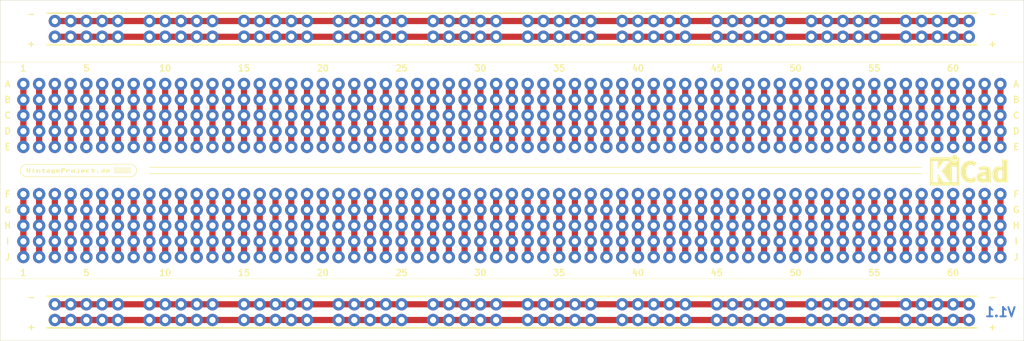
<source format=kicad_pcb>
(kicad_pcb (version 20171130) (host pcbnew "(5.1.7)-1")
  (title_block (title "Breadboard PCB 830 pins") (date 12.10.2020) (rev 1.1) (company VintageProject))
  (layers (0 F.Cu signal) (31 B.Cu signal) (34 B.Paste user) (35 F.Paste user) (36 B.SilkS user) (37 F.SilkS user) (38 B.Mask user) (39 F.Mask user) (44 Edge.Cuts user))
  (net 0 "")
  (net 1 /Conn)
  (module Symbol:KiCad-Logo_5mm_SilkScreen (layer F.Cu) (at 205.74 108.423129)
    (fp_text reference REF** hide)
    (fp_text value KiCad-Logo_5mm_SilkScreen hide)
  )
  (module Thilo_Lib:Breadboard_1x05_2.54mm (layer F.Cu) (at 200.66 129.54 90)
    (fp_text reference J1 hide)
    (fp_text value Conn_01x05_Male)
    (pad 5 thru_hole oval (at 0 5.08 90) (size 2 2) (drill 1) (layers *.Cu *.Mask) (net 1 /Conn))
    (pad 4 thru_hole oval (at 0 2.54 90) (size 2 2) (drill 1) (layers *.Cu *.Mask) (net 1 /Conn))
    (pad 3 thru_hole oval (at 0 0 90) (size 2 2) (drill 1) (layers *.Cu *.Mask) (net 1 /Conn))
    (pad 2 thru_hole oval (at 0 -2.54 90) (size 2 2) (drill 1) (layers *.Cu *.Mask) (net 1 /Conn))
    (pad 1 thru_hole oval (at 0 -5.08 90) (size 2 2) (drill 1) (layers *.Cu *.Mask) (net 1 /Conn))
  )
  (module Thilo_Lib:Breadboard_1x05_2.54mm (layer F.Cu) (at 185.42 132.08 90)
    (fp_text reference J1 hide)
    (fp_text value Conn_01x05_Male)
    (pad 5 thru_hole oval (at 0 5.08 90) (size 2 2) (drill 1) (layers *.Cu *.Mask) (net 1 /Conn))
    (pad 4 thru_hole oval (at 0 2.54 90) (size 2 2) (drill 1) (layers *.Cu *.Mask) (net 1 /Conn))
    (pad 3 thru_hole oval (at 0 0 90) (size 2 2) (drill 1) (layers *.Cu *.Mask) (net 1 /Conn))
    (pad 2 thru_hole oval (at 0 -2.54 90) (size 2 2) (drill 1) (layers *.Cu *.Mask) (net 1 /Conn))
    (pad 1 thru_hole oval (at 0 -5.08 90) (size 2 2) (drill 1) (layers *.Cu *.Mask) (net 1 /Conn))
  )
  (module Thilo_Lib:Breadboard_1x05_2.54mm (layer F.Cu) (at 185.42 129.54 90)
    (fp_text reference J1 hide)
    (fp_text value Conn_01x05_Male)
    (pad 1 thru_hole oval (at 0 -5.08 90) (size 2 2) (drill 1) (layers *.Cu *.Mask) (net 1 /Conn))
    (pad 2 thru_hole oval (at 0 -2.54 90) (size 2 2) (drill 1) (layers *.Cu *.Mask) (net 1 /Conn))
    (pad 3 thru_hole oval (at 0 0 90) (size 2 2) (drill 1) (layers *.Cu *.Mask) (net 1 /Conn))
    (pad 4 thru_hole oval (at 0 2.54 90) (size 2 2) (drill 1) (layers *.Cu *.Mask) (net 1 /Conn))
    (pad 5 thru_hole oval (at 0 5.08 90) (size 2 2) (drill 1) (layers *.Cu *.Mask) (net 1 /Conn))
  )
  (module Thilo_Lib:Breadboard_1x05_2.54mm (layer F.Cu) (at 200.66 132.08 90)
    (fp_text reference J1 hide)
    (fp_text value Conn_01x05_Male)
    (pad 1 thru_hole oval (at 0 -5.08 90) (size 2 2) (drill 1) (layers *.Cu *.Mask) (net 1 /Conn))
    (pad 2 thru_hole oval (at 0 -2.54 90) (size 2 2) (drill 1) (layers *.Cu *.Mask) (net 1 /Conn))
    (pad 3 thru_hole oval (at 0 0 90) (size 2 2) (drill 1) (layers *.Cu *.Mask) (net 1 /Conn))
    (pad 4 thru_hole oval (at 0 2.54 90) (size 2 2) (drill 1) (layers *.Cu *.Mask) (net 1 /Conn))
    (pad 5 thru_hole oval (at 0 5.08 90) (size 2 2) (drill 1) (layers *.Cu *.Mask) (net 1 /Conn))
  )
  (module Thilo_Lib:Breadboard_1x05_2.54mm (layer F.Cu) (at 170.18 129.54 90)
    (fp_text reference J1 hide)
    (fp_text value Conn_01x05_Male)
    (pad 1 thru_hole oval (at 0 -5.08 90) (size 2 2) (drill 1) (layers *.Cu *.Mask) (net 1 /Conn))
    (pad 2 thru_hole oval (at 0 -2.54 90) (size 2 2) (drill 1) (layers *.Cu *.Mask) (net 1 /Conn))
    (pad 3 thru_hole oval (at 0 0 90) (size 2 2) (drill 1) (layers *.Cu *.Mask) (net 1 /Conn))
    (pad 4 thru_hole oval (at 0 2.54 90) (size 2 2) (drill 1) (layers *.Cu *.Mask) (net 1 /Conn))
    (pad 5 thru_hole oval (at 0 5.08 90) (size 2 2) (drill 1) (layers *.Cu *.Mask) (net 1 /Conn))
  )
  (module Thilo_Lib:Breadboard_1x05_2.54mm (layer F.Cu) (at 154.94 132.08 90)
    (fp_text reference J1 hide)
    (fp_text value Conn_01x05_Male)
    (pad 1 thru_hole oval (at 0 -5.08 90) (size 2 2) (drill 1) (layers *.Cu *.Mask) (net 1 /Conn))
    (pad 2 thru_hole oval (at 0 -2.54 90) (size 2 2) (drill 1) (layers *.Cu *.Mask) (net 1 /Conn))
    (pad 3 thru_hole oval (at 0 0 90) (size 2 2) (drill 1) (layers *.Cu *.Mask) (net 1 /Conn))
    (pad 4 thru_hole oval (at 0 2.54 90) (size 2 2) (drill 1) (layers *.Cu *.Mask) (net 1 /Conn))
    (pad 5 thru_hole oval (at 0 5.08 90) (size 2 2) (drill 1) (layers *.Cu *.Mask) (net 1 /Conn))
  )
  (module Thilo_Lib:Breadboard_1x05_2.54mm (layer F.Cu) (at 170.18 132.08 90)
    (fp_text reference J1 hide)
    (fp_text value Conn_01x05_Male)
    (pad 5 thru_hole oval (at 0 5.08 90) (size 2 2) (drill 1) (layers *.Cu *.Mask) (net 1 /Conn))
    (pad 4 thru_hole oval (at 0 2.54 90) (size 2 2) (drill 1) (layers *.Cu *.Mask) (net 1 /Conn))
    (pad 3 thru_hole oval (at 0 0 90) (size 2 2) (drill 1) (layers *.Cu *.Mask) (net 1 /Conn))
    (pad 2 thru_hole oval (at 0 -2.54 90) (size 2 2) (drill 1) (layers *.Cu *.Mask) (net 1 /Conn))
    (pad 1 thru_hole oval (at 0 -5.08 90) (size 2 2) (drill 1) (layers *.Cu *.Mask) (net 1 /Conn))
  )
  (module Thilo_Lib:Breadboard_1x05_2.54mm (layer F.Cu) (at 154.94 129.54 90)
    (fp_text reference J1 hide)
    (fp_text value Conn_01x05_Male)
    (pad 5 thru_hole oval (at 0 5.08 90) (size 2 2) (drill 1) (layers *.Cu *.Mask) (net 1 /Conn))
    (pad 4 thru_hole oval (at 0 2.54 90) (size 2 2) (drill 1) (layers *.Cu *.Mask) (net 1 /Conn))
    (pad 3 thru_hole oval (at 0 0 90) (size 2 2) (drill 1) (layers *.Cu *.Mask) (net 1 /Conn))
    (pad 2 thru_hole oval (at 0 -2.54 90) (size 2 2) (drill 1) (layers *.Cu *.Mask) (net 1 /Conn))
    (pad 1 thru_hole oval (at 0 -5.08 90) (size 2 2) (drill 1) (layers *.Cu *.Mask) (net 1 /Conn))
  )
  (module Thilo_Lib:Breadboard_1x05_2.54mm (layer F.Cu) (at 139.7 132.08 90)
    (fp_text reference J1 hide)
    (fp_text value Conn_01x05_Male)
    (pad 1 thru_hole oval (at 0 -5.08 90) (size 2 2) (drill 1) (layers *.Cu *.Mask) (net 1 /Conn))
    (pad 2 thru_hole oval (at 0 -2.54 90) (size 2 2) (drill 1) (layers *.Cu *.Mask) (net 1 /Conn))
    (pad 3 thru_hole oval (at 0 0 90) (size 2 2) (drill 1) (layers *.Cu *.Mask) (net 1 /Conn))
    (pad 4 thru_hole oval (at 0 2.54 90) (size 2 2) (drill 1) (layers *.Cu *.Mask) (net 1 /Conn))
    (pad 5 thru_hole oval (at 0 5.08 90) (size 2 2) (drill 1) (layers *.Cu *.Mask) (net 1 /Conn))
  )
  (module Thilo_Lib:Breadboard_1x05_2.54mm (layer F.Cu) (at 124.46 129.54 90)
    (fp_text reference J1 hide)
    (fp_text value Conn_01x05_Male)
    (pad 1 thru_hole oval (at 0 -5.08 90) (size 2 2) (drill 1) (layers *.Cu *.Mask) (net 1 /Conn))
    (pad 2 thru_hole oval (at 0 -2.54 90) (size 2 2) (drill 1) (layers *.Cu *.Mask) (net 1 /Conn))
    (pad 3 thru_hole oval (at 0 0 90) (size 2 2) (drill 1) (layers *.Cu *.Mask) (net 1 /Conn))
    (pad 4 thru_hole oval (at 0 2.54 90) (size 2 2) (drill 1) (layers *.Cu *.Mask) (net 1 /Conn))
    (pad 5 thru_hole oval (at 0 5.08 90) (size 2 2) (drill 1) (layers *.Cu *.Mask) (net 1 /Conn))
  )
  (module Thilo_Lib:Breadboard_1x05_2.54mm (layer F.Cu) (at 78.74 129.54 90)
    (fp_text reference J1 hide)
    (fp_text value Conn_01x05_Male)
    (pad 5 thru_hole oval (at 0 5.08 90) (size 2 2) (drill 1) (layers *.Cu *.Mask) (net 1 /Conn))
    (pad 4 thru_hole oval (at 0 2.54 90) (size 2 2) (drill 1) (layers *.Cu *.Mask) (net 1 /Conn))
    (pad 3 thru_hole oval (at 0 0 90) (size 2 2) (drill 1) (layers *.Cu *.Mask) (net 1 /Conn))
    (pad 2 thru_hole oval (at 0 -2.54 90) (size 2 2) (drill 1) (layers *.Cu *.Mask) (net 1 /Conn))
    (pad 1 thru_hole oval (at 0 -5.08 90) (size 2 2) (drill 1) (layers *.Cu *.Mask) (net 1 /Conn))
  )
  (module Thilo_Lib:Breadboard_1x05_2.54mm (layer F.Cu) (at 78.74 132.08 90)
    (fp_text reference J1 hide)
    (fp_text value Conn_01x05_Male)
    (pad 1 thru_hole oval (at 0 -5.08 90) (size 2 2) (drill 1) (layers *.Cu *.Mask) (net 1 /Conn))
    (pad 2 thru_hole oval (at 0 -2.54 90) (size 2 2) (drill 1) (layers *.Cu *.Mask) (net 1 /Conn))
    (pad 3 thru_hole oval (at 0 0 90) (size 2 2) (drill 1) (layers *.Cu *.Mask) (net 1 /Conn))
    (pad 4 thru_hole oval (at 0 2.54 90) (size 2 2) (drill 1) (layers *.Cu *.Mask) (net 1 /Conn))
    (pad 5 thru_hole oval (at 0 5.08 90) (size 2 2) (drill 1) (layers *.Cu *.Mask) (net 1 /Conn))
  )
  (module Thilo_Lib:Breadboard_1x05_2.54mm (layer F.Cu) (at 124.46 132.08 90)
    (fp_text reference J1 hide)
    (fp_text value Conn_01x05_Male)
    (pad 5 thru_hole oval (at 0 5.08 90) (size 2 2) (drill 1) (layers *.Cu *.Mask) (net 1 /Conn))
    (pad 4 thru_hole oval (at 0 2.54 90) (size 2 2) (drill 1) (layers *.Cu *.Mask) (net 1 /Conn))
    (pad 3 thru_hole oval (at 0 0 90) (size 2 2) (drill 1) (layers *.Cu *.Mask) (net 1 /Conn))
    (pad 2 thru_hole oval (at 0 -2.54 90) (size 2 2) (drill 1) (layers *.Cu *.Mask) (net 1 /Conn))
    (pad 1 thru_hole oval (at 0 -5.08 90) (size 2 2) (drill 1) (layers *.Cu *.Mask) (net 1 /Conn))
  )
  (module Thilo_Lib:Breadboard_1x05_2.54mm (layer F.Cu) (at 139.7 129.54 90)
    (fp_text reference J1 hide)
    (fp_text value Conn_01x05_Male)
    (pad 5 thru_hole oval (at 0 5.08 90) (size 2 2) (drill 1) (layers *.Cu *.Mask) (net 1 /Conn))
    (pad 4 thru_hole oval (at 0 2.54 90) (size 2 2) (drill 1) (layers *.Cu *.Mask) (net 1 /Conn))
    (pad 3 thru_hole oval (at 0 0 90) (size 2 2) (drill 1) (layers *.Cu *.Mask) (net 1 /Conn))
    (pad 2 thru_hole oval (at 0 -2.54 90) (size 2 2) (drill 1) (layers *.Cu *.Mask) (net 1 /Conn))
    (pad 1 thru_hole oval (at 0 -5.08 90) (size 2 2) (drill 1) (layers *.Cu *.Mask) (net 1 /Conn))
  )
  (module Thilo_Lib:Breadboard_1x05_2.54mm (layer F.Cu) (at 109.22 129.54 90)
    (fp_text reference J1 hide)
    (fp_text value Conn_01x05_Male)
    (pad 1 thru_hole oval (at 0 -5.08 90) (size 2 2) (drill 1) (layers *.Cu *.Mask) (net 1 /Conn))
    (pad 2 thru_hole oval (at 0 -2.54 90) (size 2 2) (drill 1) (layers *.Cu *.Mask) (net 1 /Conn))
    (pad 3 thru_hole oval (at 0 0 90) (size 2 2) (drill 1) (layers *.Cu *.Mask) (net 1 /Conn))
    (pad 4 thru_hole oval (at 0 2.54 90) (size 2 2) (drill 1) (layers *.Cu *.Mask) (net 1 /Conn))
    (pad 5 thru_hole oval (at 0 5.08 90) (size 2 2) (drill 1) (layers *.Cu *.Mask) (net 1 /Conn))
  )
  (module Thilo_Lib:Breadboard_1x05_2.54mm (layer F.Cu) (at 109.22 132.08 90)
    (fp_text reference J1 hide)
    (fp_text value Conn_01x05_Male)
    (pad 5 thru_hole oval (at 0 5.08 90) (size 2 2) (drill 1) (layers *.Cu *.Mask) (net 1 /Conn))
    (pad 4 thru_hole oval (at 0 2.54 90) (size 2 2) (drill 1) (layers *.Cu *.Mask) (net 1 /Conn))
    (pad 3 thru_hole oval (at 0 0 90) (size 2 2) (drill 1) (layers *.Cu *.Mask) (net 1 /Conn))
    (pad 2 thru_hole oval (at 0 -2.54 90) (size 2 2) (drill 1) (layers *.Cu *.Mask) (net 1 /Conn))
    (pad 1 thru_hole oval (at 0 -5.08 90) (size 2 2) (drill 1) (layers *.Cu *.Mask) (net 1 /Conn))
  )
  (module Thilo_Lib:Breadboard_1x05_2.54mm (layer F.Cu) (at 63.5 129.54 90)
    (fp_text reference J1 hide)
    (fp_text value Conn_01x05_Male)
    (pad 1 thru_hole oval (at 0 -5.08 90) (size 2 2) (drill 1) (layers *.Cu *.Mask) (net 1 /Conn))
    (pad 2 thru_hole oval (at 0 -2.54 90) (size 2 2) (drill 1) (layers *.Cu *.Mask) (net 1 /Conn))
    (pad 3 thru_hole oval (at 0 0 90) (size 2 2) (drill 1) (layers *.Cu *.Mask) (net 1 /Conn))
    (pad 4 thru_hole oval (at 0 2.54 90) (size 2 2) (drill 1) (layers *.Cu *.Mask) (net 1 /Conn))
    (pad 5 thru_hole oval (at 0 5.08 90) (size 2 2) (drill 1) (layers *.Cu *.Mask) (net 1 /Conn))
  )
  (module Thilo_Lib:Breadboard_1x05_2.54mm (layer F.Cu) (at 63.5 132.08 90)
    (fp_text reference J1 hide)
    (fp_text value Conn_01x05_Male)
    (pad 5 thru_hole oval (at 0 5.08 90) (size 2 2) (drill 1) (layers *.Cu *.Mask) (net 1 /Conn))
    (pad 4 thru_hole oval (at 0 2.54 90) (size 2 2) (drill 1) (layers *.Cu *.Mask) (net 1 /Conn))
    (pad 3 thru_hole oval (at 0 0 90) (size 2 2) (drill 1) (layers *.Cu *.Mask) (net 1 /Conn))
    (pad 2 thru_hole oval (at 0 -2.54 90) (size 2 2) (drill 1) (layers *.Cu *.Mask) (net 1 /Conn))
    (pad 1 thru_hole oval (at 0 -5.08 90) (size 2 2) (drill 1) (layers *.Cu *.Mask) (net 1 /Conn))
  )
  (module Thilo_Lib:Breadboard_1x05_2.54mm (layer F.Cu) (at 93.98 132.08 90)
    (fp_text reference J1 hide)
    (fp_text value Conn_01x05_Male)
    (pad 1 thru_hole oval (at 0 -5.08 90) (size 2 2) (drill 1) (layers *.Cu *.Mask) (net 1 /Conn))
    (pad 2 thru_hole oval (at 0 -2.54 90) (size 2 2) (drill 1) (layers *.Cu *.Mask) (net 1 /Conn))
    (pad 3 thru_hole oval (at 0 0 90) (size 2 2) (drill 1) (layers *.Cu *.Mask) (net 1 /Conn))
    (pad 4 thru_hole oval (at 0 2.54 90) (size 2 2) (drill 1) (layers *.Cu *.Mask) (net 1 /Conn))
    (pad 5 thru_hole oval (at 0 5.08 90) (size 2 2) (drill 1) (layers *.Cu *.Mask) (net 1 /Conn))
  )
  (module Thilo_Lib:Breadboard_1x05_2.54mm (layer F.Cu) (at 93.98 129.54 90)
    (fp_text reference J1 hide)
    (fp_text value Conn_01x05_Male)
    (pad 5 thru_hole oval (at 0 5.08 90) (size 2 2) (drill 1) (layers *.Cu *.Mask) (net 1 /Conn))
    (pad 4 thru_hole oval (at 0 2.54 90) (size 2 2) (drill 1) (layers *.Cu *.Mask) (net 1 /Conn))
    (pad 3 thru_hole oval (at 0 0 90) (size 2 2) (drill 1) (layers *.Cu *.Mask) (net 1 /Conn))
    (pad 2 thru_hole oval (at 0 -2.54 90) (size 2 2) (drill 1) (layers *.Cu *.Mask) (net 1 /Conn))
    (pad 1 thru_hole oval (at 0 -5.08 90) (size 2 2) (drill 1) (layers *.Cu *.Mask) (net 1 /Conn))
  )
  (module Thilo_Lib:Breadboard_1x05_2.54mm (layer F.Cu) (at 210.82 116.84)
    (fp_text reference J1 hide)
    (fp_text value Conn_01x05_Male)
    (pad 1 thru_hole oval (at 0 -5.08) (size 2 2) (drill 1) (layers *.Cu *.Mask) (net 1 /Conn))
    (pad 2 thru_hole oval (at 0 -2.54) (size 2 2) (drill 1) (layers *.Cu *.Mask) (net 1 /Conn))
    (pad 3 thru_hole oval (at 0 0) (size 2 2) (drill 1) (layers *.Cu *.Mask) (net 1 /Conn))
    (pad 4 thru_hole oval (at 0 2.54) (size 2 2) (drill 1) (layers *.Cu *.Mask) (net 1 /Conn))
    (pad 5 thru_hole oval (at 0 5.08) (size 2 2) (drill 1) (layers *.Cu *.Mask) (net 1 /Conn))
  )
  (module Thilo_Lib:Breadboard_1x05_2.54mm (layer F.Cu) (at 208.28 116.84)
    (fp_text reference J1 hide)
    (fp_text value Conn_01x05_Male)
    (pad 1 thru_hole oval (at 0 -5.08) (size 2 2) (drill 1) (layers *.Cu *.Mask) (net 1 /Conn))
    (pad 2 thru_hole oval (at 0 -2.54) (size 2 2) (drill 1) (layers *.Cu *.Mask) (net 1 /Conn))
    (pad 3 thru_hole oval (at 0 0) (size 2 2) (drill 1) (layers *.Cu *.Mask) (net 1 /Conn))
    (pad 4 thru_hole oval (at 0 2.54) (size 2 2) (drill 1) (layers *.Cu *.Mask) (net 1 /Conn))
    (pad 5 thru_hole oval (at 0 5.08) (size 2 2) (drill 1) (layers *.Cu *.Mask) (net 1 /Conn))
  )
  (module Thilo_Lib:Breadboard_1x05_2.54mm (layer F.Cu) (at 205.74 116.84)
    (fp_text reference J1 hide)
    (fp_text value Conn_01x05_Male)
    (pad 1 thru_hole oval (at 0 -5.08) (size 2 2) (drill 1) (layers *.Cu *.Mask) (net 1 /Conn))
    (pad 2 thru_hole oval (at 0 -2.54) (size 2 2) (drill 1) (layers *.Cu *.Mask) (net 1 /Conn))
    (pad 3 thru_hole oval (at 0 0) (size 2 2) (drill 1) (layers *.Cu *.Mask) (net 1 /Conn))
    (pad 4 thru_hole oval (at 0 2.54) (size 2 2) (drill 1) (layers *.Cu *.Mask) (net 1 /Conn))
    (pad 5 thru_hole oval (at 0 5.08) (size 2 2) (drill 1) (layers *.Cu *.Mask) (net 1 /Conn))
  )
  (module Thilo_Lib:Breadboard_1x05_2.54mm (layer F.Cu) (at 203.2 116.84)
    (fp_text reference J1 hide)
    (fp_text value Conn_01x05_Male)
    (pad 1 thru_hole oval (at 0 -5.08) (size 2 2) (drill 1) (layers *.Cu *.Mask) (net 1 /Conn))
    (pad 2 thru_hole oval (at 0 -2.54) (size 2 2) (drill 1) (layers *.Cu *.Mask) (net 1 /Conn))
    (pad 3 thru_hole oval (at 0 0) (size 2 2) (drill 1) (layers *.Cu *.Mask) (net 1 /Conn))
    (pad 4 thru_hole oval (at 0 2.54) (size 2 2) (drill 1) (layers *.Cu *.Mask) (net 1 /Conn))
    (pad 5 thru_hole oval (at 0 5.08) (size 2 2) (drill 1) (layers *.Cu *.Mask) (net 1 /Conn))
  )
  (module Thilo_Lib:Breadboard_1x05_2.54mm (layer F.Cu) (at 200.66 116.84)
    (fp_text reference J1 hide)
    (fp_text value Conn_01x05_Male)
    (pad 1 thru_hole oval (at 0 -5.08) (size 2 2) (drill 1) (layers *.Cu *.Mask) (net 1 /Conn))
    (pad 2 thru_hole oval (at 0 -2.54) (size 2 2) (drill 1) (layers *.Cu *.Mask) (net 1 /Conn))
    (pad 3 thru_hole oval (at 0 0) (size 2 2) (drill 1) (layers *.Cu *.Mask) (net 1 /Conn))
    (pad 4 thru_hole oval (at 0 2.54) (size 2 2) (drill 1) (layers *.Cu *.Mask) (net 1 /Conn))
    (pad 5 thru_hole oval (at 0 5.08) (size 2 2) (drill 1) (layers *.Cu *.Mask) (net 1 /Conn))
  )
  (module Thilo_Lib:Breadboard_1x05_2.54mm (layer F.Cu) (at 198.12 116.84)
    (fp_text reference J1 hide)
    (fp_text value Conn_01x05_Male)
    (pad 1 thru_hole oval (at 0 -5.08) (size 2 2) (drill 1) (layers *.Cu *.Mask) (net 1 /Conn))
    (pad 2 thru_hole oval (at 0 -2.54) (size 2 2) (drill 1) (layers *.Cu *.Mask) (net 1 /Conn))
    (pad 3 thru_hole oval (at 0 0) (size 2 2) (drill 1) (layers *.Cu *.Mask) (net 1 /Conn))
    (pad 4 thru_hole oval (at 0 2.54) (size 2 2) (drill 1) (layers *.Cu *.Mask) (net 1 /Conn))
    (pad 5 thru_hole oval (at 0 5.08) (size 2 2) (drill 1) (layers *.Cu *.Mask) (net 1 /Conn))
  )
  (module Thilo_Lib:Breadboard_1x05_2.54mm (layer F.Cu) (at 195.58 116.84)
    (fp_text reference J1 hide)
    (fp_text value Conn_01x05_Male)
    (pad 1 thru_hole oval (at 0 -5.08) (size 2 2) (drill 1) (layers *.Cu *.Mask) (net 1 /Conn))
    (pad 2 thru_hole oval (at 0 -2.54) (size 2 2) (drill 1) (layers *.Cu *.Mask) (net 1 /Conn))
    (pad 3 thru_hole oval (at 0 0) (size 2 2) (drill 1) (layers *.Cu *.Mask) (net 1 /Conn))
    (pad 4 thru_hole oval (at 0 2.54) (size 2 2) (drill 1) (layers *.Cu *.Mask) (net 1 /Conn))
    (pad 5 thru_hole oval (at 0 5.08) (size 2 2) (drill 1) (layers *.Cu *.Mask) (net 1 /Conn))
  )
  (module Thilo_Lib:Breadboard_1x05_2.54mm (layer F.Cu) (at 193.04 116.84)
    (fp_text reference J1 hide)
    (fp_text value Conn_01x05_Male)
    (pad 1 thru_hole oval (at 0 -5.08) (size 2 2) (drill 1) (layers *.Cu *.Mask) (net 1 /Conn))
    (pad 2 thru_hole oval (at 0 -2.54) (size 2 2) (drill 1) (layers *.Cu *.Mask) (net 1 /Conn))
    (pad 3 thru_hole oval (at 0 0) (size 2 2) (drill 1) (layers *.Cu *.Mask) (net 1 /Conn))
    (pad 4 thru_hole oval (at 0 2.54) (size 2 2) (drill 1) (layers *.Cu *.Mask) (net 1 /Conn))
    (pad 5 thru_hole oval (at 0 5.08) (size 2 2) (drill 1) (layers *.Cu *.Mask) (net 1 /Conn))
  )
  (module Thilo_Lib:Breadboard_1x05_2.54mm (layer F.Cu) (at 190.5 116.84)
    (fp_text reference J1 hide)
    (fp_text value Conn_01x05_Male)
    (pad 1 thru_hole oval (at 0 -5.08) (size 2 2) (drill 1) (layers *.Cu *.Mask) (net 1 /Conn))
    (pad 2 thru_hole oval (at 0 -2.54) (size 2 2) (drill 1) (layers *.Cu *.Mask) (net 1 /Conn))
    (pad 3 thru_hole oval (at 0 0) (size 2 2) (drill 1) (layers *.Cu *.Mask) (net 1 /Conn))
    (pad 4 thru_hole oval (at 0 2.54) (size 2 2) (drill 1) (layers *.Cu *.Mask) (net 1 /Conn))
    (pad 5 thru_hole oval (at 0 5.08) (size 2 2) (drill 1) (layers *.Cu *.Mask) (net 1 /Conn))
  )
  (module Thilo_Lib:Breadboard_1x05_2.54mm (layer F.Cu) (at 187.96 116.84)
    (fp_text reference J1 hide)
    (fp_text value Conn_01x05_Male)
    (pad 1 thru_hole oval (at 0 -5.08) (size 2 2) (drill 1) (layers *.Cu *.Mask) (net 1 /Conn))
    (pad 2 thru_hole oval (at 0 -2.54) (size 2 2) (drill 1) (layers *.Cu *.Mask) (net 1 /Conn))
    (pad 3 thru_hole oval (at 0 0) (size 2 2) (drill 1) (layers *.Cu *.Mask) (net 1 /Conn))
    (pad 4 thru_hole oval (at 0 2.54) (size 2 2) (drill 1) (layers *.Cu *.Mask) (net 1 /Conn))
    (pad 5 thru_hole oval (at 0 5.08) (size 2 2) (drill 1) (layers *.Cu *.Mask) (net 1 /Conn))
  )
  (module Thilo_Lib:Breadboard_1x05_2.54mm (layer F.Cu) (at 185.42 116.84)
    (fp_text reference J1 hide)
    (fp_text value Conn_01x05_Male)
    (pad 1 thru_hole oval (at 0 -5.08) (size 2 2) (drill 1) (layers *.Cu *.Mask) (net 1 /Conn))
    (pad 2 thru_hole oval (at 0 -2.54) (size 2 2) (drill 1) (layers *.Cu *.Mask) (net 1 /Conn))
    (pad 3 thru_hole oval (at 0 0) (size 2 2) (drill 1) (layers *.Cu *.Mask) (net 1 /Conn))
    (pad 4 thru_hole oval (at 0 2.54) (size 2 2) (drill 1) (layers *.Cu *.Mask) (net 1 /Conn))
    (pad 5 thru_hole oval (at 0 5.08) (size 2 2) (drill 1) (layers *.Cu *.Mask) (net 1 /Conn))
  )
  (module Thilo_Lib:Breadboard_1x05_2.54mm (layer F.Cu) (at 182.88 116.84)
    (fp_text reference J1 hide)
    (fp_text value Conn_01x05_Male)
    (pad 1 thru_hole oval (at 0 -5.08) (size 2 2) (drill 1) (layers *.Cu *.Mask) (net 1 /Conn))
    (pad 2 thru_hole oval (at 0 -2.54) (size 2 2) (drill 1) (layers *.Cu *.Mask) (net 1 /Conn))
    (pad 3 thru_hole oval (at 0 0) (size 2 2) (drill 1) (layers *.Cu *.Mask) (net 1 /Conn))
    (pad 4 thru_hole oval (at 0 2.54) (size 2 2) (drill 1) (layers *.Cu *.Mask) (net 1 /Conn))
    (pad 5 thru_hole oval (at 0 5.08) (size 2 2) (drill 1) (layers *.Cu *.Mask) (net 1 /Conn))
  )
  (module Thilo_Lib:Breadboard_1x05_2.54mm (layer F.Cu) (at 180.34 116.84)
    (fp_text reference J1 hide)
    (fp_text value Conn_01x05_Male)
    (pad 1 thru_hole oval (at 0 -5.08) (size 2 2) (drill 1) (layers *.Cu *.Mask) (net 1 /Conn))
    (pad 2 thru_hole oval (at 0 -2.54) (size 2 2) (drill 1) (layers *.Cu *.Mask) (net 1 /Conn))
    (pad 3 thru_hole oval (at 0 0) (size 2 2) (drill 1) (layers *.Cu *.Mask) (net 1 /Conn))
    (pad 4 thru_hole oval (at 0 2.54) (size 2 2) (drill 1) (layers *.Cu *.Mask) (net 1 /Conn))
    (pad 5 thru_hole oval (at 0 5.08) (size 2 2) (drill 1) (layers *.Cu *.Mask) (net 1 /Conn))
  )
  (module Thilo_Lib:Breadboard_1x05_2.54mm (layer F.Cu) (at 177.8 116.84)
    (fp_text reference J1 hide)
    (fp_text value Conn_01x05_Male)
    (pad 1 thru_hole oval (at 0 -5.08) (size 2 2) (drill 1) (layers *.Cu *.Mask) (net 1 /Conn))
    (pad 2 thru_hole oval (at 0 -2.54) (size 2 2) (drill 1) (layers *.Cu *.Mask) (net 1 /Conn))
    (pad 3 thru_hole oval (at 0 0) (size 2 2) (drill 1) (layers *.Cu *.Mask) (net 1 /Conn))
    (pad 4 thru_hole oval (at 0 2.54) (size 2 2) (drill 1) (layers *.Cu *.Mask) (net 1 /Conn))
    (pad 5 thru_hole oval (at 0 5.08) (size 2 2) (drill 1) (layers *.Cu *.Mask) (net 1 /Conn))
  )
  (module Thilo_Lib:Breadboard_1x05_2.54mm (layer F.Cu) (at 175.26 116.84)
    (fp_text reference J1 hide)
    (fp_text value Conn_01x05_Male)
    (pad 1 thru_hole oval (at 0 -5.08) (size 2 2) (drill 1) (layers *.Cu *.Mask) (net 1 /Conn))
    (pad 2 thru_hole oval (at 0 -2.54) (size 2 2) (drill 1) (layers *.Cu *.Mask) (net 1 /Conn))
    (pad 3 thru_hole oval (at 0 0) (size 2 2) (drill 1) (layers *.Cu *.Mask) (net 1 /Conn))
    (pad 4 thru_hole oval (at 0 2.54) (size 2 2) (drill 1) (layers *.Cu *.Mask) (net 1 /Conn))
    (pad 5 thru_hole oval (at 0 5.08) (size 2 2) (drill 1) (layers *.Cu *.Mask) (net 1 /Conn))
  )
  (module Thilo_Lib:Breadboard_1x05_2.54mm (layer F.Cu) (at 172.72 116.84)
    (fp_text reference J1 hide)
    (fp_text value Conn_01x05_Male)
    (pad 1 thru_hole oval (at 0 -5.08) (size 2 2) (drill 1) (layers *.Cu *.Mask) (net 1 /Conn))
    (pad 2 thru_hole oval (at 0 -2.54) (size 2 2) (drill 1) (layers *.Cu *.Mask) (net 1 /Conn))
    (pad 3 thru_hole oval (at 0 0) (size 2 2) (drill 1) (layers *.Cu *.Mask) (net 1 /Conn))
    (pad 4 thru_hole oval (at 0 2.54) (size 2 2) (drill 1) (layers *.Cu *.Mask) (net 1 /Conn))
    (pad 5 thru_hole oval (at 0 5.08) (size 2 2) (drill 1) (layers *.Cu *.Mask) (net 1 /Conn))
  )
  (module Thilo_Lib:Breadboard_1x05_2.54mm (layer F.Cu) (at 170.18 116.84)
    (fp_text reference J1 hide)
    (fp_text value Conn_01x05_Male)
    (pad 1 thru_hole oval (at 0 -5.08) (size 2 2) (drill 1) (layers *.Cu *.Mask) (net 1 /Conn))
    (pad 2 thru_hole oval (at 0 -2.54) (size 2 2) (drill 1) (layers *.Cu *.Mask) (net 1 /Conn))
    (pad 3 thru_hole oval (at 0 0) (size 2 2) (drill 1) (layers *.Cu *.Mask) (net 1 /Conn))
    (pad 4 thru_hole oval (at 0 2.54) (size 2 2) (drill 1) (layers *.Cu *.Mask) (net 1 /Conn))
    (pad 5 thru_hole oval (at 0 5.08) (size 2 2) (drill 1) (layers *.Cu *.Mask) (net 1 /Conn))
  )
  (module Thilo_Lib:Breadboard_1x05_2.54mm (layer F.Cu) (at 167.64 116.84)
    (fp_text reference J1 hide)
    (fp_text value Conn_01x05_Male)
    (pad 1 thru_hole oval (at 0 -5.08) (size 2 2) (drill 1) (layers *.Cu *.Mask) (net 1 /Conn))
    (pad 2 thru_hole oval (at 0 -2.54) (size 2 2) (drill 1) (layers *.Cu *.Mask) (net 1 /Conn))
    (pad 3 thru_hole oval (at 0 0) (size 2 2) (drill 1) (layers *.Cu *.Mask) (net 1 /Conn))
    (pad 4 thru_hole oval (at 0 2.54) (size 2 2) (drill 1) (layers *.Cu *.Mask) (net 1 /Conn))
    (pad 5 thru_hole oval (at 0 5.08) (size 2 2) (drill 1) (layers *.Cu *.Mask) (net 1 /Conn))
  )
  (module Thilo_Lib:Breadboard_1x05_2.54mm (layer F.Cu) (at 165.1 116.84)
    (fp_text reference J1 hide)
    (fp_text value Conn_01x05_Male)
    (pad 1 thru_hole oval (at 0 -5.08) (size 2 2) (drill 1) (layers *.Cu *.Mask) (net 1 /Conn))
    (pad 2 thru_hole oval (at 0 -2.54) (size 2 2) (drill 1) (layers *.Cu *.Mask) (net 1 /Conn))
    (pad 3 thru_hole oval (at 0 0) (size 2 2) (drill 1) (layers *.Cu *.Mask) (net 1 /Conn))
    (pad 4 thru_hole oval (at 0 2.54) (size 2 2) (drill 1) (layers *.Cu *.Mask) (net 1 /Conn))
    (pad 5 thru_hole oval (at 0 5.08) (size 2 2) (drill 1) (layers *.Cu *.Mask) (net 1 /Conn))
  )
  (module Thilo_Lib:Breadboard_1x05_2.54mm (layer F.Cu) (at 162.56 116.84)
    (fp_text reference J1 hide)
    (fp_text value Conn_01x05_Male)
    (pad 1 thru_hole oval (at 0 -5.08) (size 2 2) (drill 1) (layers *.Cu *.Mask) (net 1 /Conn))
    (pad 2 thru_hole oval (at 0 -2.54) (size 2 2) (drill 1) (layers *.Cu *.Mask) (net 1 /Conn))
    (pad 3 thru_hole oval (at 0 0) (size 2 2) (drill 1) (layers *.Cu *.Mask) (net 1 /Conn))
    (pad 4 thru_hole oval (at 0 2.54) (size 2 2) (drill 1) (layers *.Cu *.Mask) (net 1 /Conn))
    (pad 5 thru_hole oval (at 0 5.08) (size 2 2) (drill 1) (layers *.Cu *.Mask) (net 1 /Conn))
  )
  (module Thilo_Lib:Breadboard_1x05_2.54mm (layer F.Cu) (at 160.02 116.84)
    (fp_text reference J1 hide)
    (fp_text value Conn_01x05_Male)
    (pad 1 thru_hole oval (at 0 -5.08) (size 2 2) (drill 1) (layers *.Cu *.Mask) (net 1 /Conn))
    (pad 2 thru_hole oval (at 0 -2.54) (size 2 2) (drill 1) (layers *.Cu *.Mask) (net 1 /Conn))
    (pad 3 thru_hole oval (at 0 0) (size 2 2) (drill 1) (layers *.Cu *.Mask) (net 1 /Conn))
    (pad 4 thru_hole oval (at 0 2.54) (size 2 2) (drill 1) (layers *.Cu *.Mask) (net 1 /Conn))
    (pad 5 thru_hole oval (at 0 5.08) (size 2 2) (drill 1) (layers *.Cu *.Mask) (net 1 /Conn))
  )
  (module Thilo_Lib:Breadboard_1x05_2.54mm (layer F.Cu) (at 157.48 116.84)
    (fp_text reference J1 hide)
    (fp_text value Conn_01x05_Male)
    (pad 1 thru_hole oval (at 0 -5.08) (size 2 2) (drill 1) (layers *.Cu *.Mask) (net 1 /Conn))
    (pad 2 thru_hole oval (at 0 -2.54) (size 2 2) (drill 1) (layers *.Cu *.Mask) (net 1 /Conn))
    (pad 3 thru_hole oval (at 0 0) (size 2 2) (drill 1) (layers *.Cu *.Mask) (net 1 /Conn))
    (pad 4 thru_hole oval (at 0 2.54) (size 2 2) (drill 1) (layers *.Cu *.Mask) (net 1 /Conn))
    (pad 5 thru_hole oval (at 0 5.08) (size 2 2) (drill 1) (layers *.Cu *.Mask) (net 1 /Conn))
  )
  (module Thilo_Lib:Breadboard_1x05_2.54mm (layer F.Cu) (at 154.94 116.84)
    (fp_text reference J1 hide)
    (fp_text value Conn_01x05_Male)
    (pad 1 thru_hole oval (at 0 -5.08) (size 2 2) (drill 1) (layers *.Cu *.Mask) (net 1 /Conn))
    (pad 2 thru_hole oval (at 0 -2.54) (size 2 2) (drill 1) (layers *.Cu *.Mask) (net 1 /Conn))
    (pad 3 thru_hole oval (at 0 0) (size 2 2) (drill 1) (layers *.Cu *.Mask) (net 1 /Conn))
    (pad 4 thru_hole oval (at 0 2.54) (size 2 2) (drill 1) (layers *.Cu *.Mask) (net 1 /Conn))
    (pad 5 thru_hole oval (at 0 5.08) (size 2 2) (drill 1) (layers *.Cu *.Mask) (net 1 /Conn))
  )
  (module Thilo_Lib:Breadboard_1x05_2.54mm (layer F.Cu) (at 152.4 116.84)
    (fp_text reference J1 hide)
    (fp_text value Conn_01x05_Male)
    (pad 1 thru_hole oval (at 0 -5.08) (size 2 2) (drill 1) (layers *.Cu *.Mask) (net 1 /Conn))
    (pad 2 thru_hole oval (at 0 -2.54) (size 2 2) (drill 1) (layers *.Cu *.Mask) (net 1 /Conn))
    (pad 3 thru_hole oval (at 0 0) (size 2 2) (drill 1) (layers *.Cu *.Mask) (net 1 /Conn))
    (pad 4 thru_hole oval (at 0 2.54) (size 2 2) (drill 1) (layers *.Cu *.Mask) (net 1 /Conn))
    (pad 5 thru_hole oval (at 0 5.08) (size 2 2) (drill 1) (layers *.Cu *.Mask) (net 1 /Conn))
  )
  (module Thilo_Lib:Breadboard_1x05_2.54mm (layer F.Cu) (at 149.86 116.84)
    (fp_text reference J1 hide)
    (fp_text value Conn_01x05_Male)
    (pad 1 thru_hole oval (at 0 -5.08) (size 2 2) (drill 1) (layers *.Cu *.Mask) (net 1 /Conn))
    (pad 2 thru_hole oval (at 0 -2.54) (size 2 2) (drill 1) (layers *.Cu *.Mask) (net 1 /Conn))
    (pad 3 thru_hole oval (at 0 0) (size 2 2) (drill 1) (layers *.Cu *.Mask) (net 1 /Conn))
    (pad 4 thru_hole oval (at 0 2.54) (size 2 2) (drill 1) (layers *.Cu *.Mask) (net 1 /Conn))
    (pad 5 thru_hole oval (at 0 5.08) (size 2 2) (drill 1) (layers *.Cu *.Mask) (net 1 /Conn))
  )
  (module Thilo_Lib:Breadboard_1x05_2.54mm (layer F.Cu) (at 147.32 116.84)
    (fp_text reference J1 hide)
    (fp_text value Conn_01x05_Male)
    (pad 1 thru_hole oval (at 0 -5.08) (size 2 2) (drill 1) (layers *.Cu *.Mask) (net 1 /Conn))
    (pad 2 thru_hole oval (at 0 -2.54) (size 2 2) (drill 1) (layers *.Cu *.Mask) (net 1 /Conn))
    (pad 3 thru_hole oval (at 0 0) (size 2 2) (drill 1) (layers *.Cu *.Mask) (net 1 /Conn))
    (pad 4 thru_hole oval (at 0 2.54) (size 2 2) (drill 1) (layers *.Cu *.Mask) (net 1 /Conn))
    (pad 5 thru_hole oval (at 0 5.08) (size 2 2) (drill 1) (layers *.Cu *.Mask) (net 1 /Conn))
  )
  (module Thilo_Lib:Breadboard_1x05_2.54mm (layer F.Cu) (at 144.78 116.84)
    (fp_text reference J1 hide)
    (fp_text value Conn_01x05_Male)
    (pad 1 thru_hole oval (at 0 -5.08) (size 2 2) (drill 1) (layers *.Cu *.Mask) (net 1 /Conn))
    (pad 2 thru_hole oval (at 0 -2.54) (size 2 2) (drill 1) (layers *.Cu *.Mask) (net 1 /Conn))
    (pad 3 thru_hole oval (at 0 0) (size 2 2) (drill 1) (layers *.Cu *.Mask) (net 1 /Conn))
    (pad 4 thru_hole oval (at 0 2.54) (size 2 2) (drill 1) (layers *.Cu *.Mask) (net 1 /Conn))
    (pad 5 thru_hole oval (at 0 5.08) (size 2 2) (drill 1) (layers *.Cu *.Mask) (net 1 /Conn))
  )
  (module Thilo_Lib:Breadboard_1x05_2.54mm (layer F.Cu) (at 142.24 116.84)
    (fp_text reference J1 hide)
    (fp_text value Conn_01x05_Male)
    (pad 1 thru_hole oval (at 0 -5.08) (size 2 2) (drill 1) (layers *.Cu *.Mask) (net 1 /Conn))
    (pad 2 thru_hole oval (at 0 -2.54) (size 2 2) (drill 1) (layers *.Cu *.Mask) (net 1 /Conn))
    (pad 3 thru_hole oval (at 0 0) (size 2 2) (drill 1) (layers *.Cu *.Mask) (net 1 /Conn))
    (pad 4 thru_hole oval (at 0 2.54) (size 2 2) (drill 1) (layers *.Cu *.Mask) (net 1 /Conn))
    (pad 5 thru_hole oval (at 0 5.08) (size 2 2) (drill 1) (layers *.Cu *.Mask) (net 1 /Conn))
  )
  (module Thilo_Lib:Breadboard_1x05_2.54mm (layer F.Cu) (at 139.7 116.84)
    (fp_text reference J1 hide)
    (fp_text value Conn_01x05_Male)
    (pad 1 thru_hole oval (at 0 -5.08) (size 2 2) (drill 1) (layers *.Cu *.Mask) (net 1 /Conn))
    (pad 2 thru_hole oval (at 0 -2.54) (size 2 2) (drill 1) (layers *.Cu *.Mask) (net 1 /Conn))
    (pad 3 thru_hole oval (at 0 0) (size 2 2) (drill 1) (layers *.Cu *.Mask) (net 1 /Conn))
    (pad 4 thru_hole oval (at 0 2.54) (size 2 2) (drill 1) (layers *.Cu *.Mask) (net 1 /Conn))
    (pad 5 thru_hole oval (at 0 5.08) (size 2 2) (drill 1) (layers *.Cu *.Mask) (net 1 /Conn))
  )
  (module Thilo_Lib:Breadboard_1x05_2.54mm (layer F.Cu) (at 137.16 116.84)
    (fp_text reference J1 hide)
    (fp_text value Conn_01x05_Male)
    (pad 1 thru_hole oval (at 0 -5.08) (size 2 2) (drill 1) (layers *.Cu *.Mask) (net 1 /Conn))
    (pad 2 thru_hole oval (at 0 -2.54) (size 2 2) (drill 1) (layers *.Cu *.Mask) (net 1 /Conn))
    (pad 3 thru_hole oval (at 0 0) (size 2 2) (drill 1) (layers *.Cu *.Mask) (net 1 /Conn))
    (pad 4 thru_hole oval (at 0 2.54) (size 2 2) (drill 1) (layers *.Cu *.Mask) (net 1 /Conn))
    (pad 5 thru_hole oval (at 0 5.08) (size 2 2) (drill 1) (layers *.Cu *.Mask) (net 1 /Conn))
  )
  (module Thilo_Lib:Breadboard_1x05_2.54mm (layer F.Cu) (at 134.62 116.84)
    (fp_text reference J1 hide)
    (fp_text value Conn_01x05_Male)
    (pad 1 thru_hole oval (at 0 -5.08) (size 2 2) (drill 1) (layers *.Cu *.Mask) (net 1 /Conn))
    (pad 2 thru_hole oval (at 0 -2.54) (size 2 2) (drill 1) (layers *.Cu *.Mask) (net 1 /Conn))
    (pad 3 thru_hole oval (at 0 0) (size 2 2) (drill 1) (layers *.Cu *.Mask) (net 1 /Conn))
    (pad 4 thru_hole oval (at 0 2.54) (size 2 2) (drill 1) (layers *.Cu *.Mask) (net 1 /Conn))
    (pad 5 thru_hole oval (at 0 5.08) (size 2 2) (drill 1) (layers *.Cu *.Mask) (net 1 /Conn))
  )
  (module Thilo_Lib:Breadboard_1x05_2.54mm (layer F.Cu) (at 132.08 116.84)
    (fp_text reference J1 hide)
    (fp_text value Conn_01x05_Male)
    (pad 1 thru_hole oval (at 0 -5.08) (size 2 2) (drill 1) (layers *.Cu *.Mask) (net 1 /Conn))
    (pad 2 thru_hole oval (at 0 -2.54) (size 2 2) (drill 1) (layers *.Cu *.Mask) (net 1 /Conn))
    (pad 3 thru_hole oval (at 0 0) (size 2 2) (drill 1) (layers *.Cu *.Mask) (net 1 /Conn))
    (pad 4 thru_hole oval (at 0 2.54) (size 2 2) (drill 1) (layers *.Cu *.Mask) (net 1 /Conn))
    (pad 5 thru_hole oval (at 0 5.08) (size 2 2) (drill 1) (layers *.Cu *.Mask) (net 1 /Conn))
  )
  (module Thilo_Lib:Breadboard_1x05_2.54mm (layer F.Cu) (at 129.54 116.84)
    (fp_text reference J1 hide)
    (fp_text value Conn_01x05_Male)
    (pad 1 thru_hole oval (at 0 -5.08) (size 2 2) (drill 1) (layers *.Cu *.Mask) (net 1 /Conn))
    (pad 2 thru_hole oval (at 0 -2.54) (size 2 2) (drill 1) (layers *.Cu *.Mask) (net 1 /Conn))
    (pad 3 thru_hole oval (at 0 0) (size 2 2) (drill 1) (layers *.Cu *.Mask) (net 1 /Conn))
    (pad 4 thru_hole oval (at 0 2.54) (size 2 2) (drill 1) (layers *.Cu *.Mask) (net 1 /Conn))
    (pad 5 thru_hole oval (at 0 5.08) (size 2 2) (drill 1) (layers *.Cu *.Mask) (net 1 /Conn))
  )
  (module Thilo_Lib:Breadboard_1x05_2.54mm (layer F.Cu) (at 127 116.84)
    (fp_text reference J1 hide)
    (fp_text value Conn_01x05_Male)
    (pad 1 thru_hole oval (at 0 -5.08) (size 2 2) (drill 1) (layers *.Cu *.Mask) (net 1 /Conn))
    (pad 2 thru_hole oval (at 0 -2.54) (size 2 2) (drill 1) (layers *.Cu *.Mask) (net 1 /Conn))
    (pad 3 thru_hole oval (at 0 0) (size 2 2) (drill 1) (layers *.Cu *.Mask) (net 1 /Conn))
    (pad 4 thru_hole oval (at 0 2.54) (size 2 2) (drill 1) (layers *.Cu *.Mask) (net 1 /Conn))
    (pad 5 thru_hole oval (at 0 5.08) (size 2 2) (drill 1) (layers *.Cu *.Mask) (net 1 /Conn))
  )
  (module Thilo_Lib:Breadboard_1x05_2.54mm (layer F.Cu) (at 124.46 116.84)
    (fp_text reference J1 hide)
    (fp_text value Conn_01x05_Male)
    (pad 1 thru_hole oval (at 0 -5.08) (size 2 2) (drill 1) (layers *.Cu *.Mask) (net 1 /Conn))
    (pad 2 thru_hole oval (at 0 -2.54) (size 2 2) (drill 1) (layers *.Cu *.Mask) (net 1 /Conn))
    (pad 3 thru_hole oval (at 0 0) (size 2 2) (drill 1) (layers *.Cu *.Mask) (net 1 /Conn))
    (pad 4 thru_hole oval (at 0 2.54) (size 2 2) (drill 1) (layers *.Cu *.Mask) (net 1 /Conn))
    (pad 5 thru_hole oval (at 0 5.08) (size 2 2) (drill 1) (layers *.Cu *.Mask) (net 1 /Conn))
  )
  (module Thilo_Lib:Breadboard_1x05_2.54mm (layer F.Cu) (at 121.92 116.84)
    (fp_text reference J1 hide)
    (fp_text value Conn_01x05_Male)
    (pad 1 thru_hole oval (at 0 -5.08) (size 2 2) (drill 1) (layers *.Cu *.Mask) (net 1 /Conn))
    (pad 2 thru_hole oval (at 0 -2.54) (size 2 2) (drill 1) (layers *.Cu *.Mask) (net 1 /Conn))
    (pad 3 thru_hole oval (at 0 0) (size 2 2) (drill 1) (layers *.Cu *.Mask) (net 1 /Conn))
    (pad 4 thru_hole oval (at 0 2.54) (size 2 2) (drill 1) (layers *.Cu *.Mask) (net 1 /Conn))
    (pad 5 thru_hole oval (at 0 5.08) (size 2 2) (drill 1) (layers *.Cu *.Mask) (net 1 /Conn))
  )
  (module Thilo_Lib:Breadboard_1x05_2.54mm (layer F.Cu) (at 119.38 116.84)
    (fp_text reference J1 hide)
    (fp_text value Conn_01x05_Male)
    (pad 1 thru_hole oval (at 0 -5.08) (size 2 2) (drill 1) (layers *.Cu *.Mask) (net 1 /Conn))
    (pad 2 thru_hole oval (at 0 -2.54) (size 2 2) (drill 1) (layers *.Cu *.Mask) (net 1 /Conn))
    (pad 3 thru_hole oval (at 0 0) (size 2 2) (drill 1) (layers *.Cu *.Mask) (net 1 /Conn))
    (pad 4 thru_hole oval (at 0 2.54) (size 2 2) (drill 1) (layers *.Cu *.Mask) (net 1 /Conn))
    (pad 5 thru_hole oval (at 0 5.08) (size 2 2) (drill 1) (layers *.Cu *.Mask) (net 1 /Conn))
  )
  (module Thilo_Lib:Breadboard_1x05_2.54mm (layer F.Cu) (at 116.84 116.84)
    (fp_text reference J1 hide)
    (fp_text value Conn_01x05_Male)
    (pad 1 thru_hole oval (at 0 -5.08) (size 2 2) (drill 1) (layers *.Cu *.Mask) (net 1 /Conn))
    (pad 2 thru_hole oval (at 0 -2.54) (size 2 2) (drill 1) (layers *.Cu *.Mask) (net 1 /Conn))
    (pad 3 thru_hole oval (at 0 0) (size 2 2) (drill 1) (layers *.Cu *.Mask) (net 1 /Conn))
    (pad 4 thru_hole oval (at 0 2.54) (size 2 2) (drill 1) (layers *.Cu *.Mask) (net 1 /Conn))
    (pad 5 thru_hole oval (at 0 5.08) (size 2 2) (drill 1) (layers *.Cu *.Mask) (net 1 /Conn))
  )
  (module Thilo_Lib:Breadboard_1x05_2.54mm (layer F.Cu) (at 114.3 116.84)
    (fp_text reference J1 hide)
    (fp_text value Conn_01x05_Male)
    (pad 1 thru_hole oval (at 0 -5.08) (size 2 2) (drill 1) (layers *.Cu *.Mask) (net 1 /Conn))
    (pad 2 thru_hole oval (at 0 -2.54) (size 2 2) (drill 1) (layers *.Cu *.Mask) (net 1 /Conn))
    (pad 3 thru_hole oval (at 0 0) (size 2 2) (drill 1) (layers *.Cu *.Mask) (net 1 /Conn))
    (pad 4 thru_hole oval (at 0 2.54) (size 2 2) (drill 1) (layers *.Cu *.Mask) (net 1 /Conn))
    (pad 5 thru_hole oval (at 0 5.08) (size 2 2) (drill 1) (layers *.Cu *.Mask) (net 1 /Conn))
  )
  (module Thilo_Lib:Breadboard_1x05_2.54mm (layer F.Cu) (at 111.76 116.84)
    (fp_text reference J1 hide)
    (fp_text value Conn_01x05_Male)
    (pad 1 thru_hole oval (at 0 -5.08) (size 2 2) (drill 1) (layers *.Cu *.Mask) (net 1 /Conn))
    (pad 2 thru_hole oval (at 0 -2.54) (size 2 2) (drill 1) (layers *.Cu *.Mask) (net 1 /Conn))
    (pad 3 thru_hole oval (at 0 0) (size 2 2) (drill 1) (layers *.Cu *.Mask) (net 1 /Conn))
    (pad 4 thru_hole oval (at 0 2.54) (size 2 2) (drill 1) (layers *.Cu *.Mask) (net 1 /Conn))
    (pad 5 thru_hole oval (at 0 5.08) (size 2 2) (drill 1) (layers *.Cu *.Mask) (net 1 /Conn))
  )
  (module Thilo_Lib:Breadboard_1x05_2.54mm (layer F.Cu) (at 109.22 116.84)
    (fp_text reference J1 hide)
    (fp_text value Conn_01x05_Male)
    (pad 1 thru_hole oval (at 0 -5.08) (size 2 2) (drill 1) (layers *.Cu *.Mask) (net 1 /Conn))
    (pad 2 thru_hole oval (at 0 -2.54) (size 2 2) (drill 1) (layers *.Cu *.Mask) (net 1 /Conn))
    (pad 3 thru_hole oval (at 0 0) (size 2 2) (drill 1) (layers *.Cu *.Mask) (net 1 /Conn))
    (pad 4 thru_hole oval (at 0 2.54) (size 2 2) (drill 1) (layers *.Cu *.Mask) (net 1 /Conn))
    (pad 5 thru_hole oval (at 0 5.08) (size 2 2) (drill 1) (layers *.Cu *.Mask) (net 1 /Conn))
  )
  (module Thilo_Lib:Breadboard_1x05_2.54mm (layer F.Cu) (at 106.68 116.84)
    (fp_text reference J1 hide)
    (fp_text value Conn_01x05_Male)
    (pad 1 thru_hole oval (at 0 -5.08) (size 2 2) (drill 1) (layers *.Cu *.Mask) (net 1 /Conn))
    (pad 2 thru_hole oval (at 0 -2.54) (size 2 2) (drill 1) (layers *.Cu *.Mask) (net 1 /Conn))
    (pad 3 thru_hole oval (at 0 0) (size 2 2) (drill 1) (layers *.Cu *.Mask) (net 1 /Conn))
    (pad 4 thru_hole oval (at 0 2.54) (size 2 2) (drill 1) (layers *.Cu *.Mask) (net 1 /Conn))
    (pad 5 thru_hole oval (at 0 5.08) (size 2 2) (drill 1) (layers *.Cu *.Mask) (net 1 /Conn))
  )
  (module Thilo_Lib:Breadboard_1x05_2.54mm (layer F.Cu) (at 104.14 116.84)
    (fp_text reference J1 hide)
    (fp_text value Conn_01x05_Male)
    (pad 1 thru_hole oval (at 0 -5.08) (size 2 2) (drill 1) (layers *.Cu *.Mask) (net 1 /Conn))
    (pad 2 thru_hole oval (at 0 -2.54) (size 2 2) (drill 1) (layers *.Cu *.Mask) (net 1 /Conn))
    (pad 3 thru_hole oval (at 0 0) (size 2 2) (drill 1) (layers *.Cu *.Mask) (net 1 /Conn))
    (pad 4 thru_hole oval (at 0 2.54) (size 2 2) (drill 1) (layers *.Cu *.Mask) (net 1 /Conn))
    (pad 5 thru_hole oval (at 0 5.08) (size 2 2) (drill 1) (layers *.Cu *.Mask) (net 1 /Conn))
  )
  (module Thilo_Lib:Breadboard_1x05_2.54mm (layer F.Cu) (at 101.6 116.84)
    (fp_text reference J1 hide)
    (fp_text value Conn_01x05_Male)
    (pad 1 thru_hole oval (at 0 -5.08) (size 2 2) (drill 1) (layers *.Cu *.Mask) (net 1 /Conn))
    (pad 2 thru_hole oval (at 0 -2.54) (size 2 2) (drill 1) (layers *.Cu *.Mask) (net 1 /Conn))
    (pad 3 thru_hole oval (at 0 0) (size 2 2) (drill 1) (layers *.Cu *.Mask) (net 1 /Conn))
    (pad 4 thru_hole oval (at 0 2.54) (size 2 2) (drill 1) (layers *.Cu *.Mask) (net 1 /Conn))
    (pad 5 thru_hole oval (at 0 5.08) (size 2 2) (drill 1) (layers *.Cu *.Mask) (net 1 /Conn))
  )
  (module Thilo_Lib:Breadboard_1x05_2.54mm (layer F.Cu) (at 99.06 116.84)
    (fp_text reference J1 hide)
    (fp_text value Conn_01x05_Male)
    (pad 1 thru_hole oval (at 0 -5.08) (size 2 2) (drill 1) (layers *.Cu *.Mask) (net 1 /Conn))
    (pad 2 thru_hole oval (at 0 -2.54) (size 2 2) (drill 1) (layers *.Cu *.Mask) (net 1 /Conn))
    (pad 3 thru_hole oval (at 0 0) (size 2 2) (drill 1) (layers *.Cu *.Mask) (net 1 /Conn))
    (pad 4 thru_hole oval (at 0 2.54) (size 2 2) (drill 1) (layers *.Cu *.Mask) (net 1 /Conn))
    (pad 5 thru_hole oval (at 0 5.08) (size 2 2) (drill 1) (layers *.Cu *.Mask) (net 1 /Conn))
  )
  (module Thilo_Lib:Breadboard_1x05_2.54mm (layer F.Cu) (at 96.52 116.84)
    (fp_text reference J1 hide)
    (fp_text value Conn_01x05_Male)
    (pad 1 thru_hole oval (at 0 -5.08) (size 2 2) (drill 1) (layers *.Cu *.Mask) (net 1 /Conn))
    (pad 2 thru_hole oval (at 0 -2.54) (size 2 2) (drill 1) (layers *.Cu *.Mask) (net 1 /Conn))
    (pad 3 thru_hole oval (at 0 0) (size 2 2) (drill 1) (layers *.Cu *.Mask) (net 1 /Conn))
    (pad 4 thru_hole oval (at 0 2.54) (size 2 2) (drill 1) (layers *.Cu *.Mask) (net 1 /Conn))
    (pad 5 thru_hole oval (at 0 5.08) (size 2 2) (drill 1) (layers *.Cu *.Mask) (net 1 /Conn))
  )
  (module Thilo_Lib:Breadboard_1x05_2.54mm (layer F.Cu) (at 93.98 116.84)
    (fp_text reference J1 hide)
    (fp_text value Conn_01x05_Male)
    (pad 1 thru_hole oval (at 0 -5.08) (size 2 2) (drill 1) (layers *.Cu *.Mask) (net 1 /Conn))
    (pad 2 thru_hole oval (at 0 -2.54) (size 2 2) (drill 1) (layers *.Cu *.Mask) (net 1 /Conn))
    (pad 3 thru_hole oval (at 0 0) (size 2 2) (drill 1) (layers *.Cu *.Mask) (net 1 /Conn))
    (pad 4 thru_hole oval (at 0 2.54) (size 2 2) (drill 1) (layers *.Cu *.Mask) (net 1 /Conn))
    (pad 5 thru_hole oval (at 0 5.08) (size 2 2) (drill 1) (layers *.Cu *.Mask) (net 1 /Conn))
  )
  (module Thilo_Lib:Breadboard_1x05_2.54mm (layer F.Cu) (at 91.44 116.84)
    (fp_text reference J1 hide)
    (fp_text value Conn_01x05_Male)
    (pad 1 thru_hole oval (at 0 -5.08) (size 2 2) (drill 1) (layers *.Cu *.Mask) (net 1 /Conn))
    (pad 2 thru_hole oval (at 0 -2.54) (size 2 2) (drill 1) (layers *.Cu *.Mask) (net 1 /Conn))
    (pad 3 thru_hole oval (at 0 0) (size 2 2) (drill 1) (layers *.Cu *.Mask) (net 1 /Conn))
    (pad 4 thru_hole oval (at 0 2.54) (size 2 2) (drill 1) (layers *.Cu *.Mask) (net 1 /Conn))
    (pad 5 thru_hole oval (at 0 5.08) (size 2 2) (drill 1) (layers *.Cu *.Mask) (net 1 /Conn))
  )
  (module Thilo_Lib:Breadboard_1x05_2.54mm (layer F.Cu) (at 88.9 116.84)
    (fp_text reference J1 hide)
    (fp_text value Conn_01x05_Male)
    (pad 1 thru_hole oval (at 0 -5.08) (size 2 2) (drill 1) (layers *.Cu *.Mask) (net 1 /Conn))
    (pad 2 thru_hole oval (at 0 -2.54) (size 2 2) (drill 1) (layers *.Cu *.Mask) (net 1 /Conn))
    (pad 3 thru_hole oval (at 0 0) (size 2 2) (drill 1) (layers *.Cu *.Mask) (net 1 /Conn))
    (pad 4 thru_hole oval (at 0 2.54) (size 2 2) (drill 1) (layers *.Cu *.Mask) (net 1 /Conn))
    (pad 5 thru_hole oval (at 0 5.08) (size 2 2) (drill 1) (layers *.Cu *.Mask) (net 1 /Conn))
  )
  (module Thilo_Lib:Breadboard_1x05_2.54mm (layer F.Cu) (at 86.36 116.84)
    (fp_text reference J1 hide)
    (fp_text value Conn_01x05_Male)
    (pad 1 thru_hole oval (at 0 -5.08) (size 2 2) (drill 1) (layers *.Cu *.Mask) (net 1 /Conn))
    (pad 2 thru_hole oval (at 0 -2.54) (size 2 2) (drill 1) (layers *.Cu *.Mask) (net 1 /Conn))
    (pad 3 thru_hole oval (at 0 0) (size 2 2) (drill 1) (layers *.Cu *.Mask) (net 1 /Conn))
    (pad 4 thru_hole oval (at 0 2.54) (size 2 2) (drill 1) (layers *.Cu *.Mask) (net 1 /Conn))
    (pad 5 thru_hole oval (at 0 5.08) (size 2 2) (drill 1) (layers *.Cu *.Mask) (net 1 /Conn))
  )
  (module Thilo_Lib:Breadboard_1x05_2.54mm (layer F.Cu) (at 83.82 116.84)
    (fp_text reference J1 hide)
    (fp_text value Conn_01x05_Male)
    (pad 1 thru_hole oval (at 0 -5.08) (size 2 2) (drill 1) (layers *.Cu *.Mask) (net 1 /Conn))
    (pad 2 thru_hole oval (at 0 -2.54) (size 2 2) (drill 1) (layers *.Cu *.Mask) (net 1 /Conn))
    (pad 3 thru_hole oval (at 0 0) (size 2 2) (drill 1) (layers *.Cu *.Mask) (net 1 /Conn))
    (pad 4 thru_hole oval (at 0 2.54) (size 2 2) (drill 1) (layers *.Cu *.Mask) (net 1 /Conn))
    (pad 5 thru_hole oval (at 0 5.08) (size 2 2) (drill 1) (layers *.Cu *.Mask) (net 1 /Conn))
  )
  (module Thilo_Lib:Breadboard_1x05_2.54mm (layer F.Cu) (at 81.28 116.84)
    (fp_text reference J1 hide)
    (fp_text value Conn_01x05_Male)
    (pad 1 thru_hole oval (at 0 -5.08) (size 2 2) (drill 1) (layers *.Cu *.Mask) (net 1 /Conn))
    (pad 2 thru_hole oval (at 0 -2.54) (size 2 2) (drill 1) (layers *.Cu *.Mask) (net 1 /Conn))
    (pad 3 thru_hole oval (at 0 0) (size 2 2) (drill 1) (layers *.Cu *.Mask) (net 1 /Conn))
    (pad 4 thru_hole oval (at 0 2.54) (size 2 2) (drill 1) (layers *.Cu *.Mask) (net 1 /Conn))
    (pad 5 thru_hole oval (at 0 5.08) (size 2 2) (drill 1) (layers *.Cu *.Mask) (net 1 /Conn))
  )
  (module Thilo_Lib:Breadboard_1x05_2.54mm (layer F.Cu) (at 78.74 116.84)
    (fp_text reference J1 hide)
    (fp_text value Conn_01x05_Male)
    (pad 1 thru_hole oval (at 0 -5.08) (size 2 2) (drill 1) (layers *.Cu *.Mask) (net 1 /Conn))
    (pad 2 thru_hole oval (at 0 -2.54) (size 2 2) (drill 1) (layers *.Cu *.Mask) (net 1 /Conn))
    (pad 3 thru_hole oval (at 0 0) (size 2 2) (drill 1) (layers *.Cu *.Mask) (net 1 /Conn))
    (pad 4 thru_hole oval (at 0 2.54) (size 2 2) (drill 1) (layers *.Cu *.Mask) (net 1 /Conn))
    (pad 5 thru_hole oval (at 0 5.08) (size 2 2) (drill 1) (layers *.Cu *.Mask) (net 1 /Conn))
  )
  (module Thilo_Lib:Breadboard_1x05_2.54mm (layer F.Cu) (at 76.2 116.84)
    (fp_text reference J1 hide)
    (fp_text value Conn_01x05_Male)
    (pad 1 thru_hole oval (at 0 -5.08) (size 2 2) (drill 1) (layers *.Cu *.Mask) (net 1 /Conn))
    (pad 2 thru_hole oval (at 0 -2.54) (size 2 2) (drill 1) (layers *.Cu *.Mask) (net 1 /Conn))
    (pad 3 thru_hole oval (at 0 0) (size 2 2) (drill 1) (layers *.Cu *.Mask) (net 1 /Conn))
    (pad 4 thru_hole oval (at 0 2.54) (size 2 2) (drill 1) (layers *.Cu *.Mask) (net 1 /Conn))
    (pad 5 thru_hole oval (at 0 5.08) (size 2 2) (drill 1) (layers *.Cu *.Mask) (net 1 /Conn))
  )
  (module Thilo_Lib:Breadboard_1x05_2.54mm (layer F.Cu) (at 73.66 116.84)
    (fp_text reference J1 hide)
    (fp_text value Conn_01x05_Male)
    (pad 1 thru_hole oval (at 0 -5.08) (size 2 2) (drill 1) (layers *.Cu *.Mask) (net 1 /Conn))
    (pad 2 thru_hole oval (at 0 -2.54) (size 2 2) (drill 1) (layers *.Cu *.Mask) (net 1 /Conn))
    (pad 3 thru_hole oval (at 0 0) (size 2 2) (drill 1) (layers *.Cu *.Mask) (net 1 /Conn))
    (pad 4 thru_hole oval (at 0 2.54) (size 2 2) (drill 1) (layers *.Cu *.Mask) (net 1 /Conn))
    (pad 5 thru_hole oval (at 0 5.08) (size 2 2) (drill 1) (layers *.Cu *.Mask) (net 1 /Conn))
  )
  (module Thilo_Lib:Breadboard_1x05_2.54mm (layer F.Cu) (at 71.12 116.84)
    (fp_text reference J1 hide)
    (fp_text value Conn_01x05_Male)
    (pad 1 thru_hole oval (at 0 -5.08) (size 2 2) (drill 1) (layers *.Cu *.Mask) (net 1 /Conn))
    (pad 2 thru_hole oval (at 0 -2.54) (size 2 2) (drill 1) (layers *.Cu *.Mask) (net 1 /Conn))
    (pad 3 thru_hole oval (at 0 0) (size 2 2) (drill 1) (layers *.Cu *.Mask) (net 1 /Conn))
    (pad 4 thru_hole oval (at 0 2.54) (size 2 2) (drill 1) (layers *.Cu *.Mask) (net 1 /Conn))
    (pad 5 thru_hole oval (at 0 5.08) (size 2 2) (drill 1) (layers *.Cu *.Mask) (net 1 /Conn))
  )
  (module Thilo_Lib:Breadboard_1x05_2.54mm (layer F.Cu) (at 68.58 116.84)
    (fp_text reference J1 hide)
    (fp_text value Conn_01x05_Male)
    (pad 1 thru_hole oval (at 0 -5.08) (size 2 2) (drill 1) (layers *.Cu *.Mask) (net 1 /Conn))
    (pad 2 thru_hole oval (at 0 -2.54) (size 2 2) (drill 1) (layers *.Cu *.Mask) (net 1 /Conn))
    (pad 3 thru_hole oval (at 0 0) (size 2 2) (drill 1) (layers *.Cu *.Mask) (net 1 /Conn))
    (pad 4 thru_hole oval (at 0 2.54) (size 2 2) (drill 1) (layers *.Cu *.Mask) (net 1 /Conn))
    (pad 5 thru_hole oval (at 0 5.08) (size 2 2) (drill 1) (layers *.Cu *.Mask) (net 1 /Conn))
  )
  (module Thilo_Lib:Breadboard_1x05_2.54mm (layer F.Cu) (at 66.04 116.84)
    (fp_text reference J1 hide)
    (fp_text value Conn_01x05_Male)
    (pad 1 thru_hole oval (at 0 -5.08) (size 2 2) (drill 1) (layers *.Cu *.Mask) (net 1 /Conn))
    (pad 2 thru_hole oval (at 0 -2.54) (size 2 2) (drill 1) (layers *.Cu *.Mask) (net 1 /Conn))
    (pad 3 thru_hole oval (at 0 0) (size 2 2) (drill 1) (layers *.Cu *.Mask) (net 1 /Conn))
    (pad 4 thru_hole oval (at 0 2.54) (size 2 2) (drill 1) (layers *.Cu *.Mask) (net 1 /Conn))
    (pad 5 thru_hole oval (at 0 5.08) (size 2 2) (drill 1) (layers *.Cu *.Mask) (net 1 /Conn))
  )
  (module Thilo_Lib:Breadboard_1x05_2.54mm (layer F.Cu) (at 63.5 116.84)
    (fp_text reference J1 hide)
    (fp_text value Conn_01x05_Male)
    (pad 1 thru_hole oval (at 0 -5.08) (size 2 2) (drill 1) (layers *.Cu *.Mask) (net 1 /Conn))
    (pad 2 thru_hole oval (at 0 -2.54) (size 2 2) (drill 1) (layers *.Cu *.Mask) (net 1 /Conn))
    (pad 3 thru_hole oval (at 0 0) (size 2 2) (drill 1) (layers *.Cu *.Mask) (net 1 /Conn))
    (pad 4 thru_hole oval (at 0 2.54) (size 2 2) (drill 1) (layers *.Cu *.Mask) (net 1 /Conn))
    (pad 5 thru_hole oval (at 0 5.08) (size 2 2) (drill 1) (layers *.Cu *.Mask) (net 1 /Conn))
  )
  (module Thilo_Lib:Breadboard_1x05_2.54mm (layer F.Cu) (at 60.96 116.84)
    (fp_text reference J1 hide)
    (fp_text value Conn_01x05_Male)
    (pad 1 thru_hole oval (at 0 -5.08) (size 2 2) (drill 1) (layers *.Cu *.Mask) (net 1 /Conn))
    (pad 2 thru_hole oval (at 0 -2.54) (size 2 2) (drill 1) (layers *.Cu *.Mask) (net 1 /Conn))
    (pad 3 thru_hole oval (at 0 0) (size 2 2) (drill 1) (layers *.Cu *.Mask) (net 1 /Conn))
    (pad 4 thru_hole oval (at 0 2.54) (size 2 2) (drill 1) (layers *.Cu *.Mask) (net 1 /Conn))
    (pad 5 thru_hole oval (at 0 5.08) (size 2 2) (drill 1) (layers *.Cu *.Mask) (net 1 /Conn))
  )
  (module Thilo_Lib:Breadboard_1x05_2.54mm (layer F.Cu) (at 58.42 116.84)
    (fp_text reference J1 hide)
    (fp_text value Conn_01x05_Male)
    (pad 1 thru_hole oval (at 0 -5.08) (size 2 2) (drill 1) (layers *.Cu *.Mask) (net 1 /Conn))
    (pad 2 thru_hole oval (at 0 -2.54) (size 2 2) (drill 1) (layers *.Cu *.Mask) (net 1 /Conn))
    (pad 3 thru_hole oval (at 0 0) (size 2 2) (drill 1) (layers *.Cu *.Mask) (net 1 /Conn))
    (pad 4 thru_hole oval (at 0 2.54) (size 2 2) (drill 1) (layers *.Cu *.Mask) (net 1 /Conn))
    (pad 5 thru_hole oval (at 0 5.08) (size 2 2) (drill 1) (layers *.Cu *.Mask) (net 1 /Conn))
  )
  (module Thilo_Lib:Breadboard_1x05_2.54mm (layer F.Cu) (at 55.88 116.84)
    (fp_text reference J1 hide)
    (fp_text value Conn_01x05_Male)
    (pad 1 thru_hole oval (at 0 -5.08) (size 2 2) (drill 1) (layers *.Cu *.Mask) (net 1 /Conn))
    (pad 2 thru_hole oval (at 0 -2.54) (size 2 2) (drill 1) (layers *.Cu *.Mask) (net 1 /Conn))
    (pad 3 thru_hole oval (at 0 0) (size 2 2) (drill 1) (layers *.Cu *.Mask) (net 1 /Conn))
    (pad 4 thru_hole oval (at 0 2.54) (size 2 2) (drill 1) (layers *.Cu *.Mask) (net 1 /Conn))
    (pad 5 thru_hole oval (at 0 5.08) (size 2 2) (drill 1) (layers *.Cu *.Mask) (net 1 /Conn))
  )
  (module Thilo_Lib:Breadboard_1x05_2.54mm (layer F.Cu) (at 210.82 99.06)
    (fp_text reference J1 hide)
    (fp_text value Conn_01x05_Male)
    (pad 5 thru_hole oval (at 0 5.08) (size 2 2) (drill 1) (layers *.Cu *.Mask) (net 1 /Conn))
    (pad 4 thru_hole oval (at 0 2.54) (size 2 2) (drill 1) (layers *.Cu *.Mask) (net 1 /Conn))
    (pad 3 thru_hole oval (at 0 0) (size 2 2) (drill 1) (layers *.Cu *.Mask) (net 1 /Conn))
    (pad 2 thru_hole oval (at 0 -2.54) (size 2 2) (drill 1) (layers *.Cu *.Mask) (net 1 /Conn))
    (pad 1 thru_hole oval (at 0 -5.08) (size 2 2) (drill 1) (layers *.Cu *.Mask) (net 1 /Conn))
  )
  (module Thilo_Lib:Breadboard_1x05_2.54mm (layer F.Cu) (at 208.28 99.06)
    (fp_text reference J1 hide)
    (fp_text value Conn_01x05_Male)
    (pad 5 thru_hole oval (at 0 5.08) (size 2 2) (drill 1) (layers *.Cu *.Mask) (net 1 /Conn))
    (pad 4 thru_hole oval (at 0 2.54) (size 2 2) (drill 1) (layers *.Cu *.Mask) (net 1 /Conn))
    (pad 3 thru_hole oval (at 0 0) (size 2 2) (drill 1) (layers *.Cu *.Mask) (net 1 /Conn))
    (pad 2 thru_hole oval (at 0 -2.54) (size 2 2) (drill 1) (layers *.Cu *.Mask) (net 1 /Conn))
    (pad 1 thru_hole oval (at 0 -5.08) (size 2 2) (drill 1) (layers *.Cu *.Mask) (net 1 /Conn))
  )
  (module Thilo_Lib:Breadboard_1x05_2.54mm (layer F.Cu) (at 205.74 99.06)
    (fp_text reference J1 hide)
    (fp_text value Conn_01x05_Male)
    (pad 5 thru_hole oval (at 0 5.08) (size 2 2) (drill 1) (layers *.Cu *.Mask) (net 1 /Conn))
    (pad 4 thru_hole oval (at 0 2.54) (size 2 2) (drill 1) (layers *.Cu *.Mask) (net 1 /Conn))
    (pad 3 thru_hole oval (at 0 0) (size 2 2) (drill 1) (layers *.Cu *.Mask) (net 1 /Conn))
    (pad 2 thru_hole oval (at 0 -2.54) (size 2 2) (drill 1) (layers *.Cu *.Mask) (net 1 /Conn))
    (pad 1 thru_hole oval (at 0 -5.08) (size 2 2) (drill 1) (layers *.Cu *.Mask) (net 1 /Conn))
  )
  (module Thilo_Lib:Breadboard_1x05_2.54mm (layer F.Cu) (at 203.2 99.06)
    (fp_text reference J1 hide)
    (fp_text value Conn_01x05_Male)
    (pad 5 thru_hole oval (at 0 5.08) (size 2 2) (drill 1) (layers *.Cu *.Mask) (net 1 /Conn))
    (pad 4 thru_hole oval (at 0 2.54) (size 2 2) (drill 1) (layers *.Cu *.Mask) (net 1 /Conn))
    (pad 3 thru_hole oval (at 0 0) (size 2 2) (drill 1) (layers *.Cu *.Mask) (net 1 /Conn))
    (pad 2 thru_hole oval (at 0 -2.54) (size 2 2) (drill 1) (layers *.Cu *.Mask) (net 1 /Conn))
    (pad 1 thru_hole oval (at 0 -5.08) (size 2 2) (drill 1) (layers *.Cu *.Mask) (net 1 /Conn))
  )
  (module Thilo_Lib:Breadboard_1x05_2.54mm (layer F.Cu) (at 200.66 99.06)
    (fp_text reference J1 hide)
    (fp_text value Conn_01x05_Male)
    (pad 5 thru_hole oval (at 0 5.08) (size 2 2) (drill 1) (layers *.Cu *.Mask) (net 1 /Conn))
    (pad 4 thru_hole oval (at 0 2.54) (size 2 2) (drill 1) (layers *.Cu *.Mask) (net 1 /Conn))
    (pad 3 thru_hole oval (at 0 0) (size 2 2) (drill 1) (layers *.Cu *.Mask) (net 1 /Conn))
    (pad 2 thru_hole oval (at 0 -2.54) (size 2 2) (drill 1) (layers *.Cu *.Mask) (net 1 /Conn))
    (pad 1 thru_hole oval (at 0 -5.08) (size 2 2) (drill 1) (layers *.Cu *.Mask) (net 1 /Conn))
  )
  (module Thilo_Lib:Breadboard_1x05_2.54mm (layer F.Cu) (at 198.12 99.06)
    (fp_text reference J1 hide)
    (fp_text value Conn_01x05_Male)
    (pad 5 thru_hole oval (at 0 5.08) (size 2 2) (drill 1) (layers *.Cu *.Mask) (net 1 /Conn))
    (pad 4 thru_hole oval (at 0 2.54) (size 2 2) (drill 1) (layers *.Cu *.Mask) (net 1 /Conn))
    (pad 3 thru_hole oval (at 0 0) (size 2 2) (drill 1) (layers *.Cu *.Mask) (net 1 /Conn))
    (pad 2 thru_hole oval (at 0 -2.54) (size 2 2) (drill 1) (layers *.Cu *.Mask) (net 1 /Conn))
    (pad 1 thru_hole oval (at 0 -5.08) (size 2 2) (drill 1) (layers *.Cu *.Mask) (net 1 /Conn))
  )
  (module Thilo_Lib:Breadboard_1x05_2.54mm (layer F.Cu) (at 195.58 99.06)
    (fp_text reference J1 hide)
    (fp_text value Conn_01x05_Male)
    (pad 5 thru_hole oval (at 0 5.08) (size 2 2) (drill 1) (layers *.Cu *.Mask) (net 1 /Conn))
    (pad 4 thru_hole oval (at 0 2.54) (size 2 2) (drill 1) (layers *.Cu *.Mask) (net 1 /Conn))
    (pad 3 thru_hole oval (at 0 0) (size 2 2) (drill 1) (layers *.Cu *.Mask) (net 1 /Conn))
    (pad 2 thru_hole oval (at 0 -2.54) (size 2 2) (drill 1) (layers *.Cu *.Mask) (net 1 /Conn))
    (pad 1 thru_hole oval (at 0 -5.08) (size 2 2) (drill 1) (layers *.Cu *.Mask) (net 1 /Conn))
  )
  (module Thilo_Lib:Breadboard_1x05_2.54mm (layer F.Cu) (at 193.04 99.06)
    (fp_text reference J1 hide)
    (fp_text value Conn_01x05_Male)
    (pad 5 thru_hole oval (at 0 5.08) (size 2 2) (drill 1) (layers *.Cu *.Mask) (net 1 /Conn))
    (pad 4 thru_hole oval (at 0 2.54) (size 2 2) (drill 1) (layers *.Cu *.Mask) (net 1 /Conn))
    (pad 3 thru_hole oval (at 0 0) (size 2 2) (drill 1) (layers *.Cu *.Mask) (net 1 /Conn))
    (pad 2 thru_hole oval (at 0 -2.54) (size 2 2) (drill 1) (layers *.Cu *.Mask) (net 1 /Conn))
    (pad 1 thru_hole oval (at 0 -5.08) (size 2 2) (drill 1) (layers *.Cu *.Mask) (net 1 /Conn))
  )
  (module Thilo_Lib:Breadboard_1x05_2.54mm (layer F.Cu) (at 190.5 99.06)
    (fp_text reference J1 hide)
    (fp_text value Conn_01x05_Male)
    (pad 5 thru_hole oval (at 0 5.08) (size 2 2) (drill 1) (layers *.Cu *.Mask) (net 1 /Conn))
    (pad 4 thru_hole oval (at 0 2.54) (size 2 2) (drill 1) (layers *.Cu *.Mask) (net 1 /Conn))
    (pad 3 thru_hole oval (at 0 0) (size 2 2) (drill 1) (layers *.Cu *.Mask) (net 1 /Conn))
    (pad 2 thru_hole oval (at 0 -2.54) (size 2 2) (drill 1) (layers *.Cu *.Mask) (net 1 /Conn))
    (pad 1 thru_hole oval (at 0 -5.08) (size 2 2) (drill 1) (layers *.Cu *.Mask) (net 1 /Conn))
  )
  (module Thilo_Lib:Breadboard_1x05_2.54mm (layer F.Cu) (at 187.96 99.06)
    (fp_text reference J1 hide)
    (fp_text value Conn_01x05_Male)
    (pad 5 thru_hole oval (at 0 5.08) (size 2 2) (drill 1) (layers *.Cu *.Mask) (net 1 /Conn))
    (pad 4 thru_hole oval (at 0 2.54) (size 2 2) (drill 1) (layers *.Cu *.Mask) (net 1 /Conn))
    (pad 3 thru_hole oval (at 0 0) (size 2 2) (drill 1) (layers *.Cu *.Mask) (net 1 /Conn))
    (pad 2 thru_hole oval (at 0 -2.54) (size 2 2) (drill 1) (layers *.Cu *.Mask) (net 1 /Conn))
    (pad 1 thru_hole oval (at 0 -5.08) (size 2 2) (drill 1) (layers *.Cu *.Mask) (net 1 /Conn))
  )
  (module Thilo_Lib:Breadboard_1x05_2.54mm (layer F.Cu) (at 185.42 99.06)
    (fp_text reference J1 hide)
    (fp_text value Conn_01x05_Male)
    (pad 5 thru_hole oval (at 0 5.08) (size 2 2) (drill 1) (layers *.Cu *.Mask) (net 1 /Conn))
    (pad 4 thru_hole oval (at 0 2.54) (size 2 2) (drill 1) (layers *.Cu *.Mask) (net 1 /Conn))
    (pad 3 thru_hole oval (at 0 0) (size 2 2) (drill 1) (layers *.Cu *.Mask) (net 1 /Conn))
    (pad 2 thru_hole oval (at 0 -2.54) (size 2 2) (drill 1) (layers *.Cu *.Mask) (net 1 /Conn))
    (pad 1 thru_hole oval (at 0 -5.08) (size 2 2) (drill 1) (layers *.Cu *.Mask) (net 1 /Conn))
  )
  (module Thilo_Lib:Breadboard_1x05_2.54mm (layer F.Cu) (at 182.88 99.06)
    (fp_text reference J1 hide)
    (fp_text value Conn_01x05_Male)
    (pad 5 thru_hole oval (at 0 5.08) (size 2 2) (drill 1) (layers *.Cu *.Mask) (net 1 /Conn))
    (pad 4 thru_hole oval (at 0 2.54) (size 2 2) (drill 1) (layers *.Cu *.Mask) (net 1 /Conn))
    (pad 3 thru_hole oval (at 0 0) (size 2 2) (drill 1) (layers *.Cu *.Mask) (net 1 /Conn))
    (pad 2 thru_hole oval (at 0 -2.54) (size 2 2) (drill 1) (layers *.Cu *.Mask) (net 1 /Conn))
    (pad 1 thru_hole oval (at 0 -5.08) (size 2 2) (drill 1) (layers *.Cu *.Mask) (net 1 /Conn))
  )
  (module Thilo_Lib:Breadboard_1x05_2.54mm (layer F.Cu) (at 180.34 99.06)
    (fp_text reference J1 hide)
    (fp_text value Conn_01x05_Male)
    (pad 5 thru_hole oval (at 0 5.08) (size 2 2) (drill 1) (layers *.Cu *.Mask) (net 1 /Conn))
    (pad 4 thru_hole oval (at 0 2.54) (size 2 2) (drill 1) (layers *.Cu *.Mask) (net 1 /Conn))
    (pad 3 thru_hole oval (at 0 0) (size 2 2) (drill 1) (layers *.Cu *.Mask) (net 1 /Conn))
    (pad 2 thru_hole oval (at 0 -2.54) (size 2 2) (drill 1) (layers *.Cu *.Mask) (net 1 /Conn))
    (pad 1 thru_hole oval (at 0 -5.08) (size 2 2) (drill 1) (layers *.Cu *.Mask) (net 1 /Conn))
  )
  (module Thilo_Lib:Breadboard_1x05_2.54mm (layer F.Cu) (at 177.8 99.06)
    (fp_text reference J1 hide)
    (fp_text value Conn_01x05_Male)
    (pad 5 thru_hole oval (at 0 5.08) (size 2 2) (drill 1) (layers *.Cu *.Mask) (net 1 /Conn))
    (pad 4 thru_hole oval (at 0 2.54) (size 2 2) (drill 1) (layers *.Cu *.Mask) (net 1 /Conn))
    (pad 3 thru_hole oval (at 0 0) (size 2 2) (drill 1) (layers *.Cu *.Mask) (net 1 /Conn))
    (pad 2 thru_hole oval (at 0 -2.54) (size 2 2) (drill 1) (layers *.Cu *.Mask) (net 1 /Conn))
    (pad 1 thru_hole oval (at 0 -5.08) (size 2 2) (drill 1) (layers *.Cu *.Mask) (net 1 /Conn))
  )
  (module Thilo_Lib:Breadboard_1x05_2.54mm (layer F.Cu) (at 175.26 99.06)
    (fp_text reference J1 hide)
    (fp_text value Conn_01x05_Male)
    (pad 5 thru_hole oval (at 0 5.08) (size 2 2) (drill 1) (layers *.Cu *.Mask) (net 1 /Conn))
    (pad 4 thru_hole oval (at 0 2.54) (size 2 2) (drill 1) (layers *.Cu *.Mask) (net 1 /Conn))
    (pad 3 thru_hole oval (at 0 0) (size 2 2) (drill 1) (layers *.Cu *.Mask) (net 1 /Conn))
    (pad 2 thru_hole oval (at 0 -2.54) (size 2 2) (drill 1) (layers *.Cu *.Mask) (net 1 /Conn))
    (pad 1 thru_hole oval (at 0 -5.08) (size 2 2) (drill 1) (layers *.Cu *.Mask) (net 1 /Conn))
  )
  (module Thilo_Lib:Breadboard_1x05_2.54mm (layer F.Cu) (at 172.72 99.06)
    (fp_text reference J1 hide)
    (fp_text value Conn_01x05_Male)
    (pad 5 thru_hole oval (at 0 5.08) (size 2 2) (drill 1) (layers *.Cu *.Mask) (net 1 /Conn))
    (pad 4 thru_hole oval (at 0 2.54) (size 2 2) (drill 1) (layers *.Cu *.Mask) (net 1 /Conn))
    (pad 3 thru_hole oval (at 0 0) (size 2 2) (drill 1) (layers *.Cu *.Mask) (net 1 /Conn))
    (pad 2 thru_hole oval (at 0 -2.54) (size 2 2) (drill 1) (layers *.Cu *.Mask) (net 1 /Conn))
    (pad 1 thru_hole oval (at 0 -5.08) (size 2 2) (drill 1) (layers *.Cu *.Mask) (net 1 /Conn))
  )
  (module Thilo_Lib:Breadboard_1x05_2.54mm (layer F.Cu) (at 170.18 99.06)
    (fp_text reference J1 hide)
    (fp_text value Conn_01x05_Male)
    (pad 5 thru_hole oval (at 0 5.08) (size 2 2) (drill 1) (layers *.Cu *.Mask) (net 1 /Conn))
    (pad 4 thru_hole oval (at 0 2.54) (size 2 2) (drill 1) (layers *.Cu *.Mask) (net 1 /Conn))
    (pad 3 thru_hole oval (at 0 0) (size 2 2) (drill 1) (layers *.Cu *.Mask) (net 1 /Conn))
    (pad 2 thru_hole oval (at 0 -2.54) (size 2 2) (drill 1) (layers *.Cu *.Mask) (net 1 /Conn))
    (pad 1 thru_hole oval (at 0 -5.08) (size 2 2) (drill 1) (layers *.Cu *.Mask) (net 1 /Conn))
  )
  (module Thilo_Lib:Breadboard_1x05_2.54mm (layer F.Cu) (at 167.64 99.06)
    (fp_text reference J1 hide)
    (fp_text value Conn_01x05_Male)
    (pad 5 thru_hole oval (at 0 5.08) (size 2 2) (drill 1) (layers *.Cu *.Mask) (net 1 /Conn))
    (pad 4 thru_hole oval (at 0 2.54) (size 2 2) (drill 1) (layers *.Cu *.Mask) (net 1 /Conn))
    (pad 3 thru_hole oval (at 0 0) (size 2 2) (drill 1) (layers *.Cu *.Mask) (net 1 /Conn))
    (pad 2 thru_hole oval (at 0 -2.54) (size 2 2) (drill 1) (layers *.Cu *.Mask) (net 1 /Conn))
    (pad 1 thru_hole oval (at 0 -5.08) (size 2 2) (drill 1) (layers *.Cu *.Mask) (net 1 /Conn))
  )
  (module Thilo_Lib:Breadboard_1x05_2.54mm (layer F.Cu) (at 165.1 99.06)
    (fp_text reference J1 hide)
    (fp_text value Conn_01x05_Male)
    (pad 5 thru_hole oval (at 0 5.08) (size 2 2) (drill 1) (layers *.Cu *.Mask) (net 1 /Conn))
    (pad 4 thru_hole oval (at 0 2.54) (size 2 2) (drill 1) (layers *.Cu *.Mask) (net 1 /Conn))
    (pad 3 thru_hole oval (at 0 0) (size 2 2) (drill 1) (layers *.Cu *.Mask) (net 1 /Conn))
    (pad 2 thru_hole oval (at 0 -2.54) (size 2 2) (drill 1) (layers *.Cu *.Mask) (net 1 /Conn))
    (pad 1 thru_hole oval (at 0 -5.08) (size 2 2) (drill 1) (layers *.Cu *.Mask) (net 1 /Conn))
  )
  (module Thilo_Lib:Breadboard_1x05_2.54mm (layer F.Cu) (at 162.56 99.06)
    (fp_text reference J1 hide)
    (fp_text value Conn_01x05_Male)
    (pad 5 thru_hole oval (at 0 5.08) (size 2 2) (drill 1) (layers *.Cu *.Mask) (net 1 /Conn))
    (pad 4 thru_hole oval (at 0 2.54) (size 2 2) (drill 1) (layers *.Cu *.Mask) (net 1 /Conn))
    (pad 3 thru_hole oval (at 0 0) (size 2 2) (drill 1) (layers *.Cu *.Mask) (net 1 /Conn))
    (pad 2 thru_hole oval (at 0 -2.54) (size 2 2) (drill 1) (layers *.Cu *.Mask) (net 1 /Conn))
    (pad 1 thru_hole oval (at 0 -5.08) (size 2 2) (drill 1) (layers *.Cu *.Mask) (net 1 /Conn))
  )
  (module Thilo_Lib:Breadboard_1x05_2.54mm (layer F.Cu) (at 160.02 99.06)
    (fp_text reference J1 hide)
    (fp_text value Conn_01x05_Male)
    (pad 5 thru_hole oval (at 0 5.08) (size 2 2) (drill 1) (layers *.Cu *.Mask) (net 1 /Conn))
    (pad 4 thru_hole oval (at 0 2.54) (size 2 2) (drill 1) (layers *.Cu *.Mask) (net 1 /Conn))
    (pad 3 thru_hole oval (at 0 0) (size 2 2) (drill 1) (layers *.Cu *.Mask) (net 1 /Conn))
    (pad 2 thru_hole oval (at 0 -2.54) (size 2 2) (drill 1) (layers *.Cu *.Mask) (net 1 /Conn))
    (pad 1 thru_hole oval (at 0 -5.08) (size 2 2) (drill 1) (layers *.Cu *.Mask) (net 1 /Conn))
  )
  (module Thilo_Lib:Breadboard_1x05_2.54mm (layer F.Cu) (at 157.48 99.06)
    (fp_text reference J1 hide)
    (fp_text value Conn_01x05_Male)
    (pad 5 thru_hole oval (at 0 5.08) (size 2 2) (drill 1) (layers *.Cu *.Mask) (net 1 /Conn))
    (pad 4 thru_hole oval (at 0 2.54) (size 2 2) (drill 1) (layers *.Cu *.Mask) (net 1 /Conn))
    (pad 3 thru_hole oval (at 0 0) (size 2 2) (drill 1) (layers *.Cu *.Mask) (net 1 /Conn))
    (pad 2 thru_hole oval (at 0 -2.54) (size 2 2) (drill 1) (layers *.Cu *.Mask) (net 1 /Conn))
    (pad 1 thru_hole oval (at 0 -5.08) (size 2 2) (drill 1) (layers *.Cu *.Mask) (net 1 /Conn))
  )
  (module Thilo_Lib:Breadboard_1x05_2.54mm (layer F.Cu) (at 154.94 99.06)
    (fp_text reference J1 hide)
    (fp_text value Conn_01x05_Male)
    (pad 5 thru_hole oval (at 0 5.08) (size 2 2) (drill 1) (layers *.Cu *.Mask) (net 1 /Conn))
    (pad 4 thru_hole oval (at 0 2.54) (size 2 2) (drill 1) (layers *.Cu *.Mask) (net 1 /Conn))
    (pad 3 thru_hole oval (at 0 0) (size 2 2) (drill 1) (layers *.Cu *.Mask) (net 1 /Conn))
    (pad 2 thru_hole oval (at 0 -2.54) (size 2 2) (drill 1) (layers *.Cu *.Mask) (net 1 /Conn))
    (pad 1 thru_hole oval (at 0 -5.08) (size 2 2) (drill 1) (layers *.Cu *.Mask) (net 1 /Conn))
  )
  (module Thilo_Lib:Breadboard_1x05_2.54mm (layer F.Cu) (at 152.4 99.06)
    (fp_text reference J1 hide)
    (fp_text value Conn_01x05_Male)
    (pad 5 thru_hole oval (at 0 5.08) (size 2 2) (drill 1) (layers *.Cu *.Mask) (net 1 /Conn))
    (pad 4 thru_hole oval (at 0 2.54) (size 2 2) (drill 1) (layers *.Cu *.Mask) (net 1 /Conn))
    (pad 3 thru_hole oval (at 0 0) (size 2 2) (drill 1) (layers *.Cu *.Mask) (net 1 /Conn))
    (pad 2 thru_hole oval (at 0 -2.54) (size 2 2) (drill 1) (layers *.Cu *.Mask) (net 1 /Conn))
    (pad 1 thru_hole oval (at 0 -5.08) (size 2 2) (drill 1) (layers *.Cu *.Mask) (net 1 /Conn))
  )
  (module Thilo_Lib:Breadboard_1x05_2.54mm (layer F.Cu) (at 149.86 99.06)
    (fp_text reference J1 hide)
    (fp_text value Conn_01x05_Male)
    (pad 5 thru_hole oval (at 0 5.08) (size 2 2) (drill 1) (layers *.Cu *.Mask) (net 1 /Conn))
    (pad 4 thru_hole oval (at 0 2.54) (size 2 2) (drill 1) (layers *.Cu *.Mask) (net 1 /Conn))
    (pad 3 thru_hole oval (at 0 0) (size 2 2) (drill 1) (layers *.Cu *.Mask) (net 1 /Conn))
    (pad 2 thru_hole oval (at 0 -2.54) (size 2 2) (drill 1) (layers *.Cu *.Mask) (net 1 /Conn))
    (pad 1 thru_hole oval (at 0 -5.08) (size 2 2) (drill 1) (layers *.Cu *.Mask) (net 1 /Conn))
  )
  (module Thilo_Lib:Breadboard_1x05_2.54mm (layer F.Cu) (at 147.32 99.06)
    (fp_text reference J1 hide)
    (fp_text value Conn_01x05_Male)
    (pad 5 thru_hole oval (at 0 5.08) (size 2 2) (drill 1) (layers *.Cu *.Mask) (net 1 /Conn))
    (pad 4 thru_hole oval (at 0 2.54) (size 2 2) (drill 1) (layers *.Cu *.Mask) (net 1 /Conn))
    (pad 3 thru_hole oval (at 0 0) (size 2 2) (drill 1) (layers *.Cu *.Mask) (net 1 /Conn))
    (pad 2 thru_hole oval (at 0 -2.54) (size 2 2) (drill 1) (layers *.Cu *.Mask) (net 1 /Conn))
    (pad 1 thru_hole oval (at 0 -5.08) (size 2 2) (drill 1) (layers *.Cu *.Mask) (net 1 /Conn))
  )
  (module Thilo_Lib:Breadboard_1x05_2.54mm (layer F.Cu) (at 144.78 99.06)
    (fp_text reference J1 hide)
    (fp_text value Conn_01x05_Male)
    (pad 5 thru_hole oval (at 0 5.08) (size 2 2) (drill 1) (layers *.Cu *.Mask) (net 1 /Conn))
    (pad 4 thru_hole oval (at 0 2.54) (size 2 2) (drill 1) (layers *.Cu *.Mask) (net 1 /Conn))
    (pad 3 thru_hole oval (at 0 0) (size 2 2) (drill 1) (layers *.Cu *.Mask) (net 1 /Conn))
    (pad 2 thru_hole oval (at 0 -2.54) (size 2 2) (drill 1) (layers *.Cu *.Mask) (net 1 /Conn))
    (pad 1 thru_hole oval (at 0 -5.08) (size 2 2) (drill 1) (layers *.Cu *.Mask) (net 1 /Conn))
  )
  (module Thilo_Lib:Breadboard_1x05_2.54mm (layer F.Cu) (at 142.24 99.06)
    (fp_text reference J1 hide)
    (fp_text value Conn_01x05_Male)
    (pad 5 thru_hole oval (at 0 5.08) (size 2 2) (drill 1) (layers *.Cu *.Mask) (net 1 /Conn))
    (pad 4 thru_hole oval (at 0 2.54) (size 2 2) (drill 1) (layers *.Cu *.Mask) (net 1 /Conn))
    (pad 3 thru_hole oval (at 0 0) (size 2 2) (drill 1) (layers *.Cu *.Mask) (net 1 /Conn))
    (pad 2 thru_hole oval (at 0 -2.54) (size 2 2) (drill 1) (layers *.Cu *.Mask) (net 1 /Conn))
    (pad 1 thru_hole oval (at 0 -5.08) (size 2 2) (drill 1) (layers *.Cu *.Mask) (net 1 /Conn))
  )
  (module Thilo_Lib:Breadboard_1x05_2.54mm (layer F.Cu) (at 139.7 99.06)
    (fp_text reference J1 hide)
    (fp_text value Conn_01x05_Male)
    (pad 5 thru_hole oval (at 0 5.08) (size 2 2) (drill 1) (layers *.Cu *.Mask) (net 1 /Conn))
    (pad 4 thru_hole oval (at 0 2.54) (size 2 2) (drill 1) (layers *.Cu *.Mask) (net 1 /Conn))
    (pad 3 thru_hole oval (at 0 0) (size 2 2) (drill 1) (layers *.Cu *.Mask) (net 1 /Conn))
    (pad 2 thru_hole oval (at 0 -2.54) (size 2 2) (drill 1) (layers *.Cu *.Mask) (net 1 /Conn))
    (pad 1 thru_hole oval (at 0 -5.08) (size 2 2) (drill 1) (layers *.Cu *.Mask) (net 1 /Conn))
  )
  (module Thilo_Lib:Breadboard_1x05_2.54mm (layer F.Cu) (at 137.16 99.06)
    (fp_text reference J1 hide)
    (fp_text value Conn_01x05_Male)
    (pad 5 thru_hole oval (at 0 5.08) (size 2 2) (drill 1) (layers *.Cu *.Mask) (net 1 /Conn))
    (pad 4 thru_hole oval (at 0 2.54) (size 2 2) (drill 1) (layers *.Cu *.Mask) (net 1 /Conn))
    (pad 3 thru_hole oval (at 0 0) (size 2 2) (drill 1) (layers *.Cu *.Mask) (net 1 /Conn))
    (pad 2 thru_hole oval (at 0 -2.54) (size 2 2) (drill 1) (layers *.Cu *.Mask) (net 1 /Conn))
    (pad 1 thru_hole oval (at 0 -5.08) (size 2 2) (drill 1) (layers *.Cu *.Mask) (net 1 /Conn))
  )
  (module Thilo_Lib:Breadboard_1x05_2.54mm (layer F.Cu) (at 134.62 99.06)
    (fp_text reference J1 hide)
    (fp_text value Conn_01x05_Male)
    (pad 5 thru_hole oval (at 0 5.08) (size 2 2) (drill 1) (layers *.Cu *.Mask) (net 1 /Conn))
    (pad 4 thru_hole oval (at 0 2.54) (size 2 2) (drill 1) (layers *.Cu *.Mask) (net 1 /Conn))
    (pad 3 thru_hole oval (at 0 0) (size 2 2) (drill 1) (layers *.Cu *.Mask) (net 1 /Conn))
    (pad 2 thru_hole oval (at 0 -2.54) (size 2 2) (drill 1) (layers *.Cu *.Mask) (net 1 /Conn))
    (pad 1 thru_hole oval (at 0 -5.08) (size 2 2) (drill 1) (layers *.Cu *.Mask) (net 1 /Conn))
  )
  (module Thilo_Lib:Breadboard_1x05_2.54mm (layer F.Cu) (at 132.08 99.06)
    (fp_text reference J1 hide)
    (fp_text value Conn_01x05_Male)
    (pad 5 thru_hole oval (at 0 5.08) (size 2 2) (drill 1) (layers *.Cu *.Mask) (net 1 /Conn))
    (pad 4 thru_hole oval (at 0 2.54) (size 2 2) (drill 1) (layers *.Cu *.Mask) (net 1 /Conn))
    (pad 3 thru_hole oval (at 0 0) (size 2 2) (drill 1) (layers *.Cu *.Mask) (net 1 /Conn))
    (pad 2 thru_hole oval (at 0 -2.54) (size 2 2) (drill 1) (layers *.Cu *.Mask) (net 1 /Conn))
    (pad 1 thru_hole oval (at 0 -5.08) (size 2 2) (drill 1) (layers *.Cu *.Mask) (net 1 /Conn))
  )
  (module Thilo_Lib:Breadboard_1x05_2.54mm (layer F.Cu) (at 129.54 99.06)
    (fp_text reference J1 hide)
    (fp_text value Conn_01x05_Male)
    (pad 5 thru_hole oval (at 0 5.08) (size 2 2) (drill 1) (layers *.Cu *.Mask) (net 1 /Conn))
    (pad 4 thru_hole oval (at 0 2.54) (size 2 2) (drill 1) (layers *.Cu *.Mask) (net 1 /Conn))
    (pad 3 thru_hole oval (at 0 0) (size 2 2) (drill 1) (layers *.Cu *.Mask) (net 1 /Conn))
    (pad 2 thru_hole oval (at 0 -2.54) (size 2 2) (drill 1) (layers *.Cu *.Mask) (net 1 /Conn))
    (pad 1 thru_hole oval (at 0 -5.08) (size 2 2) (drill 1) (layers *.Cu *.Mask) (net 1 /Conn))
  )
  (module Thilo_Lib:Breadboard_1x05_2.54mm (layer F.Cu) (at 127 99.06)
    (fp_text reference J1 hide)
    (fp_text value Conn_01x05_Male)
    (pad 5 thru_hole oval (at 0 5.08) (size 2 2) (drill 1) (layers *.Cu *.Mask) (net 1 /Conn))
    (pad 4 thru_hole oval (at 0 2.54) (size 2 2) (drill 1) (layers *.Cu *.Mask) (net 1 /Conn))
    (pad 3 thru_hole oval (at 0 0) (size 2 2) (drill 1) (layers *.Cu *.Mask) (net 1 /Conn))
    (pad 2 thru_hole oval (at 0 -2.54) (size 2 2) (drill 1) (layers *.Cu *.Mask) (net 1 /Conn))
    (pad 1 thru_hole oval (at 0 -5.08) (size 2 2) (drill 1) (layers *.Cu *.Mask) (net 1 /Conn))
  )
  (module Thilo_Lib:Breadboard_1x05_2.54mm (layer F.Cu) (at 124.46 99.06)
    (fp_text reference J1 hide)
    (fp_text value Conn_01x05_Male)
    (pad 5 thru_hole oval (at 0 5.08) (size 2 2) (drill 1) (layers *.Cu *.Mask) (net 1 /Conn))
    (pad 4 thru_hole oval (at 0 2.54) (size 2 2) (drill 1) (layers *.Cu *.Mask) (net 1 /Conn))
    (pad 3 thru_hole oval (at 0 0) (size 2 2) (drill 1) (layers *.Cu *.Mask) (net 1 /Conn))
    (pad 2 thru_hole oval (at 0 -2.54) (size 2 2) (drill 1) (layers *.Cu *.Mask) (net 1 /Conn))
    (pad 1 thru_hole oval (at 0 -5.08) (size 2 2) (drill 1) (layers *.Cu *.Mask) (net 1 /Conn))
  )
  (module Thilo_Lib:Breadboard_1x05_2.54mm (layer F.Cu) (at 121.92 99.06)
    (fp_text reference J1 hide)
    (fp_text value Conn_01x05_Male)
    (pad 5 thru_hole oval (at 0 5.08) (size 2 2) (drill 1) (layers *.Cu *.Mask) (net 1 /Conn))
    (pad 4 thru_hole oval (at 0 2.54) (size 2 2) (drill 1) (layers *.Cu *.Mask) (net 1 /Conn))
    (pad 3 thru_hole oval (at 0 0) (size 2 2) (drill 1) (layers *.Cu *.Mask) (net 1 /Conn))
    (pad 2 thru_hole oval (at 0 -2.54) (size 2 2) (drill 1) (layers *.Cu *.Mask) (net 1 /Conn))
    (pad 1 thru_hole oval (at 0 -5.08) (size 2 2) (drill 1) (layers *.Cu *.Mask) (net 1 /Conn))
  )
  (module Thilo_Lib:Breadboard_1x05_2.54mm (layer F.Cu) (at 119.38 99.06)
    (fp_text reference J1 hide)
    (fp_text value Conn_01x05_Male)
    (pad 5 thru_hole oval (at 0 5.08) (size 2 2) (drill 1) (layers *.Cu *.Mask) (net 1 /Conn))
    (pad 4 thru_hole oval (at 0 2.54) (size 2 2) (drill 1) (layers *.Cu *.Mask) (net 1 /Conn))
    (pad 3 thru_hole oval (at 0 0) (size 2 2) (drill 1) (layers *.Cu *.Mask) (net 1 /Conn))
    (pad 2 thru_hole oval (at 0 -2.54) (size 2 2) (drill 1) (layers *.Cu *.Mask) (net 1 /Conn))
    (pad 1 thru_hole oval (at 0 -5.08) (size 2 2) (drill 1) (layers *.Cu *.Mask) (net 1 /Conn))
  )
  (module Thilo_Lib:Breadboard_1x05_2.54mm (layer F.Cu) (at 116.84 99.06)
    (fp_text reference J1 hide)
    (fp_text value Conn_01x05_Male)
    (pad 5 thru_hole oval (at 0 5.08) (size 2 2) (drill 1) (layers *.Cu *.Mask) (net 1 /Conn))
    (pad 4 thru_hole oval (at 0 2.54) (size 2 2) (drill 1) (layers *.Cu *.Mask) (net 1 /Conn))
    (pad 3 thru_hole oval (at 0 0) (size 2 2) (drill 1) (layers *.Cu *.Mask) (net 1 /Conn))
    (pad 2 thru_hole oval (at 0 -2.54) (size 2 2) (drill 1) (layers *.Cu *.Mask) (net 1 /Conn))
    (pad 1 thru_hole oval (at 0 -5.08) (size 2 2) (drill 1) (layers *.Cu *.Mask) (net 1 /Conn))
  )
  (module Thilo_Lib:Breadboard_1x05_2.54mm (layer F.Cu) (at 114.3 99.06)
    (fp_text reference J1 hide)
    (fp_text value Conn_01x05_Male)
    (pad 5 thru_hole oval (at 0 5.08) (size 2 2) (drill 1) (layers *.Cu *.Mask) (net 1 /Conn))
    (pad 4 thru_hole oval (at 0 2.54) (size 2 2) (drill 1) (layers *.Cu *.Mask) (net 1 /Conn))
    (pad 3 thru_hole oval (at 0 0) (size 2 2) (drill 1) (layers *.Cu *.Mask) (net 1 /Conn))
    (pad 2 thru_hole oval (at 0 -2.54) (size 2 2) (drill 1) (layers *.Cu *.Mask) (net 1 /Conn))
    (pad 1 thru_hole oval (at 0 -5.08) (size 2 2) (drill 1) (layers *.Cu *.Mask) (net 1 /Conn))
  )
  (module Thilo_Lib:Breadboard_1x05_2.54mm (layer F.Cu) (at 111.76 99.06)
    (fp_text reference J1 hide)
    (fp_text value Conn_01x05_Male)
    (pad 5 thru_hole oval (at 0 5.08) (size 2 2) (drill 1) (layers *.Cu *.Mask) (net 1 /Conn))
    (pad 4 thru_hole oval (at 0 2.54) (size 2 2) (drill 1) (layers *.Cu *.Mask) (net 1 /Conn))
    (pad 3 thru_hole oval (at 0 0) (size 2 2) (drill 1) (layers *.Cu *.Mask) (net 1 /Conn))
    (pad 2 thru_hole oval (at 0 -2.54) (size 2 2) (drill 1) (layers *.Cu *.Mask) (net 1 /Conn))
    (pad 1 thru_hole oval (at 0 -5.08) (size 2 2) (drill 1) (layers *.Cu *.Mask) (net 1 /Conn))
  )
  (module Thilo_Lib:Breadboard_1x05_2.54mm (layer F.Cu) (at 109.22 99.06)
    (fp_text reference J1 hide)
    (fp_text value Conn_01x05_Male)
    (pad 5 thru_hole oval (at 0 5.08) (size 2 2) (drill 1) (layers *.Cu *.Mask) (net 1 /Conn))
    (pad 4 thru_hole oval (at 0 2.54) (size 2 2) (drill 1) (layers *.Cu *.Mask) (net 1 /Conn))
    (pad 3 thru_hole oval (at 0 0) (size 2 2) (drill 1) (layers *.Cu *.Mask) (net 1 /Conn))
    (pad 2 thru_hole oval (at 0 -2.54) (size 2 2) (drill 1) (layers *.Cu *.Mask) (net 1 /Conn))
    (pad 1 thru_hole oval (at 0 -5.08) (size 2 2) (drill 1) (layers *.Cu *.Mask) (net 1 /Conn))
  )
  (module Thilo_Lib:Breadboard_1x05_2.54mm (layer F.Cu) (at 106.68 99.06)
    (fp_text reference J1 hide)
    (fp_text value Conn_01x05_Male)
    (pad 5 thru_hole oval (at 0 5.08) (size 2 2) (drill 1) (layers *.Cu *.Mask) (net 1 /Conn))
    (pad 4 thru_hole oval (at 0 2.54) (size 2 2) (drill 1) (layers *.Cu *.Mask) (net 1 /Conn))
    (pad 3 thru_hole oval (at 0 0) (size 2 2) (drill 1) (layers *.Cu *.Mask) (net 1 /Conn))
    (pad 2 thru_hole oval (at 0 -2.54) (size 2 2) (drill 1) (layers *.Cu *.Mask) (net 1 /Conn))
    (pad 1 thru_hole oval (at 0 -5.08) (size 2 2) (drill 1) (layers *.Cu *.Mask) (net 1 /Conn))
  )
  (module Thilo_Lib:Breadboard_1x05_2.54mm (layer F.Cu) (at 104.14 99.06)
    (fp_text reference J1 hide)
    (fp_text value Conn_01x05_Male)
    (pad 5 thru_hole oval (at 0 5.08) (size 2 2) (drill 1) (layers *.Cu *.Mask) (net 1 /Conn))
    (pad 4 thru_hole oval (at 0 2.54) (size 2 2) (drill 1) (layers *.Cu *.Mask) (net 1 /Conn))
    (pad 3 thru_hole oval (at 0 0) (size 2 2) (drill 1) (layers *.Cu *.Mask) (net 1 /Conn))
    (pad 2 thru_hole oval (at 0 -2.54) (size 2 2) (drill 1) (layers *.Cu *.Mask) (net 1 /Conn))
    (pad 1 thru_hole oval (at 0 -5.08) (size 2 2) (drill 1) (layers *.Cu *.Mask) (net 1 /Conn))
  )
  (module Thilo_Lib:Breadboard_1x05_2.54mm (layer F.Cu) (at 101.6 99.06)
    (fp_text reference J1 hide)
    (fp_text value Conn_01x05_Male)
    (pad 5 thru_hole oval (at 0 5.08) (size 2 2) (drill 1) (layers *.Cu *.Mask) (net 1 /Conn))
    (pad 4 thru_hole oval (at 0 2.54) (size 2 2) (drill 1) (layers *.Cu *.Mask) (net 1 /Conn))
    (pad 3 thru_hole oval (at 0 0) (size 2 2) (drill 1) (layers *.Cu *.Mask) (net 1 /Conn))
    (pad 2 thru_hole oval (at 0 -2.54) (size 2 2) (drill 1) (layers *.Cu *.Mask) (net 1 /Conn))
    (pad 1 thru_hole oval (at 0 -5.08) (size 2 2) (drill 1) (layers *.Cu *.Mask) (net 1 /Conn))
  )
  (module Thilo_Lib:Breadboard_1x05_2.54mm (layer F.Cu) (at 99.06 99.06)
    (fp_text reference J1 hide)
    (fp_text value Conn_01x05_Male)
    (pad 5 thru_hole oval (at 0 5.08) (size 2 2) (drill 1) (layers *.Cu *.Mask) (net 1 /Conn))
    (pad 4 thru_hole oval (at 0 2.54) (size 2 2) (drill 1) (layers *.Cu *.Mask) (net 1 /Conn))
    (pad 3 thru_hole oval (at 0 0) (size 2 2) (drill 1) (layers *.Cu *.Mask) (net 1 /Conn))
    (pad 2 thru_hole oval (at 0 -2.54) (size 2 2) (drill 1) (layers *.Cu *.Mask) (net 1 /Conn))
    (pad 1 thru_hole oval (at 0 -5.08) (size 2 2) (drill 1) (layers *.Cu *.Mask) (net 1 /Conn))
  )
  (module Thilo_Lib:Breadboard_1x05_2.54mm (layer F.Cu) (at 96.52 99.06)
    (fp_text reference J1 hide)
    (fp_text value Conn_01x05_Male)
    (pad 5 thru_hole oval (at 0 5.08) (size 2 2) (drill 1) (layers *.Cu *.Mask) (net 1 /Conn))
    (pad 4 thru_hole oval (at 0 2.54) (size 2 2) (drill 1) (layers *.Cu *.Mask) (net 1 /Conn))
    (pad 3 thru_hole oval (at 0 0) (size 2 2) (drill 1) (layers *.Cu *.Mask) (net 1 /Conn))
    (pad 2 thru_hole oval (at 0 -2.54) (size 2 2) (drill 1) (layers *.Cu *.Mask) (net 1 /Conn))
    (pad 1 thru_hole oval (at 0 -5.08) (size 2 2) (drill 1) (layers *.Cu *.Mask) (net 1 /Conn))
  )
  (module Thilo_Lib:Breadboard_1x05_2.54mm (layer F.Cu) (at 93.98 99.06)
    (fp_text reference J1 hide)
    (fp_text value Conn_01x05_Male)
    (pad 5 thru_hole oval (at 0 5.08) (size 2 2) (drill 1) (layers *.Cu *.Mask) (net 1 /Conn))
    (pad 4 thru_hole oval (at 0 2.54) (size 2 2) (drill 1) (layers *.Cu *.Mask) (net 1 /Conn))
    (pad 3 thru_hole oval (at 0 0) (size 2 2) (drill 1) (layers *.Cu *.Mask) (net 1 /Conn))
    (pad 2 thru_hole oval (at 0 -2.54) (size 2 2) (drill 1) (layers *.Cu *.Mask) (net 1 /Conn))
    (pad 1 thru_hole oval (at 0 -5.08) (size 2 2) (drill 1) (layers *.Cu *.Mask) (net 1 /Conn))
  )
  (module Thilo_Lib:Breadboard_1x05_2.54mm (layer F.Cu) (at 91.44 99.06)
    (fp_text reference J1 hide)
    (fp_text value Conn_01x05_Male)
    (pad 5 thru_hole oval (at 0 5.08) (size 2 2) (drill 1) (layers *.Cu *.Mask) (net 1 /Conn))
    (pad 4 thru_hole oval (at 0 2.54) (size 2 2) (drill 1) (layers *.Cu *.Mask) (net 1 /Conn))
    (pad 3 thru_hole oval (at 0 0) (size 2 2) (drill 1) (layers *.Cu *.Mask) (net 1 /Conn))
    (pad 2 thru_hole oval (at 0 -2.54) (size 2 2) (drill 1) (layers *.Cu *.Mask) (net 1 /Conn))
    (pad 1 thru_hole oval (at 0 -5.08) (size 2 2) (drill 1) (layers *.Cu *.Mask) (net 1 /Conn))
  )
  (module Thilo_Lib:Breadboard_1x05_2.54mm (layer F.Cu) (at 88.9 99.06)
    (fp_text reference J1 hide)
    (fp_text value Conn_01x05_Male)
    (pad 5 thru_hole oval (at 0 5.08) (size 2 2) (drill 1) (layers *.Cu *.Mask) (net 1 /Conn))
    (pad 4 thru_hole oval (at 0 2.54) (size 2 2) (drill 1) (layers *.Cu *.Mask) (net 1 /Conn))
    (pad 3 thru_hole oval (at 0 0) (size 2 2) (drill 1) (layers *.Cu *.Mask) (net 1 /Conn))
    (pad 2 thru_hole oval (at 0 -2.54) (size 2 2) (drill 1) (layers *.Cu *.Mask) (net 1 /Conn))
    (pad 1 thru_hole oval (at 0 -5.08) (size 2 2) (drill 1) (layers *.Cu *.Mask) (net 1 /Conn))
  )
  (module Thilo_Lib:Breadboard_1x05_2.54mm (layer F.Cu) (at 86.36 99.06)
    (fp_text reference J1 hide)
    (fp_text value Conn_01x05_Male)
    (pad 5 thru_hole oval (at 0 5.08) (size 2 2) (drill 1) (layers *.Cu *.Mask) (net 1 /Conn))
    (pad 4 thru_hole oval (at 0 2.54) (size 2 2) (drill 1) (layers *.Cu *.Mask) (net 1 /Conn))
    (pad 3 thru_hole oval (at 0 0) (size 2 2) (drill 1) (layers *.Cu *.Mask) (net 1 /Conn))
    (pad 2 thru_hole oval (at 0 -2.54) (size 2 2) (drill 1) (layers *.Cu *.Mask) (net 1 /Conn))
    (pad 1 thru_hole oval (at 0 -5.08) (size 2 2) (drill 1) (layers *.Cu *.Mask) (net 1 /Conn))
  )
  (module Thilo_Lib:Breadboard_1x05_2.54mm (layer F.Cu) (at 83.82 99.06)
    (fp_text reference J1 hide)
    (fp_text value Conn_01x05_Male)
    (pad 5 thru_hole oval (at 0 5.08) (size 2 2) (drill 1) (layers *.Cu *.Mask) (net 1 /Conn))
    (pad 4 thru_hole oval (at 0 2.54) (size 2 2) (drill 1) (layers *.Cu *.Mask) (net 1 /Conn))
    (pad 3 thru_hole oval (at 0 0) (size 2 2) (drill 1) (layers *.Cu *.Mask) (net 1 /Conn))
    (pad 2 thru_hole oval (at 0 -2.54) (size 2 2) (drill 1) (layers *.Cu *.Mask) (net 1 /Conn))
    (pad 1 thru_hole oval (at 0 -5.08) (size 2 2) (drill 1) (layers *.Cu *.Mask) (net 1 /Conn))
  )
  (module Thilo_Lib:Breadboard_1x05_2.54mm (layer F.Cu) (at 81.28 99.06)
    (fp_text reference J1 hide)
    (fp_text value Conn_01x05_Male)
    (pad 5 thru_hole oval (at 0 5.08) (size 2 2) (drill 1) (layers *.Cu *.Mask) (net 1 /Conn))
    (pad 4 thru_hole oval (at 0 2.54) (size 2 2) (drill 1) (layers *.Cu *.Mask) (net 1 /Conn))
    (pad 3 thru_hole oval (at 0 0) (size 2 2) (drill 1) (layers *.Cu *.Mask) (net 1 /Conn))
    (pad 2 thru_hole oval (at 0 -2.54) (size 2 2) (drill 1) (layers *.Cu *.Mask) (net 1 /Conn))
    (pad 1 thru_hole oval (at 0 -5.08) (size 2 2) (drill 1) (layers *.Cu *.Mask) (net 1 /Conn))
  )
  (module Thilo_Lib:Breadboard_1x05_2.54mm (layer F.Cu) (at 78.74 99.06)
    (fp_text reference J1 hide)
    (fp_text value Conn_01x05_Male)
    (pad 5 thru_hole oval (at 0 5.08) (size 2 2) (drill 1) (layers *.Cu *.Mask) (net 1 /Conn))
    (pad 4 thru_hole oval (at 0 2.54) (size 2 2) (drill 1) (layers *.Cu *.Mask) (net 1 /Conn))
    (pad 3 thru_hole oval (at 0 0) (size 2 2) (drill 1) (layers *.Cu *.Mask) (net 1 /Conn))
    (pad 2 thru_hole oval (at 0 -2.54) (size 2 2) (drill 1) (layers *.Cu *.Mask) (net 1 /Conn))
    (pad 1 thru_hole oval (at 0 -5.08) (size 2 2) (drill 1) (layers *.Cu *.Mask) (net 1 /Conn))
  )
  (module Thilo_Lib:Breadboard_1x05_2.54mm (layer F.Cu) (at 76.2 99.06)
    (fp_text reference J1 hide)
    (fp_text value Conn_01x05_Male)
    (pad 5 thru_hole oval (at 0 5.08) (size 2 2) (drill 1) (layers *.Cu *.Mask) (net 1 /Conn))
    (pad 4 thru_hole oval (at 0 2.54) (size 2 2) (drill 1) (layers *.Cu *.Mask) (net 1 /Conn))
    (pad 3 thru_hole oval (at 0 0) (size 2 2) (drill 1) (layers *.Cu *.Mask) (net 1 /Conn))
    (pad 2 thru_hole oval (at 0 -2.54) (size 2 2) (drill 1) (layers *.Cu *.Mask) (net 1 /Conn))
    (pad 1 thru_hole oval (at 0 -5.08) (size 2 2) (drill 1) (layers *.Cu *.Mask) (net 1 /Conn))
  )
  (module Thilo_Lib:Breadboard_1x05_2.54mm (layer F.Cu) (at 73.66 99.06)
    (fp_text reference J1 hide)
    (fp_text value Conn_01x05_Male)
    (pad 5 thru_hole oval (at 0 5.08) (size 2 2) (drill 1) (layers *.Cu *.Mask) (net 1 /Conn))
    (pad 4 thru_hole oval (at 0 2.54) (size 2 2) (drill 1) (layers *.Cu *.Mask) (net 1 /Conn))
    (pad 3 thru_hole oval (at 0 0) (size 2 2) (drill 1) (layers *.Cu *.Mask) (net 1 /Conn))
    (pad 2 thru_hole oval (at 0 -2.54) (size 2 2) (drill 1) (layers *.Cu *.Mask) (net 1 /Conn))
    (pad 1 thru_hole oval (at 0 -5.08) (size 2 2) (drill 1) (layers *.Cu *.Mask) (net 1 /Conn))
  )
  (module Thilo_Lib:Breadboard_1x05_2.54mm (layer F.Cu) (at 71.12 99.06)
    (fp_text reference J1 hide)
    (fp_text value Conn_01x05_Male)
    (pad 5 thru_hole oval (at 0 5.08) (size 2 2) (drill 1) (layers *.Cu *.Mask) (net 1 /Conn))
    (pad 4 thru_hole oval (at 0 2.54) (size 2 2) (drill 1) (layers *.Cu *.Mask) (net 1 /Conn))
    (pad 3 thru_hole oval (at 0 0) (size 2 2) (drill 1) (layers *.Cu *.Mask) (net 1 /Conn))
    (pad 2 thru_hole oval (at 0 -2.54) (size 2 2) (drill 1) (layers *.Cu *.Mask) (net 1 /Conn))
    (pad 1 thru_hole oval (at 0 -5.08) (size 2 2) (drill 1) (layers *.Cu *.Mask) (net 1 /Conn))
  )
  (module Thilo_Lib:Breadboard_1x05_2.54mm (layer F.Cu) (at 68.58 99.06)
    (fp_text reference J1 hide)
    (fp_text value Conn_01x05_Male)
    (pad 5 thru_hole oval (at 0 5.08) (size 2 2) (drill 1) (layers *.Cu *.Mask) (net 1 /Conn))
    (pad 4 thru_hole oval (at 0 2.54) (size 2 2) (drill 1) (layers *.Cu *.Mask) (net 1 /Conn))
    (pad 3 thru_hole oval (at 0 0) (size 2 2) (drill 1) (layers *.Cu *.Mask) (net 1 /Conn))
    (pad 2 thru_hole oval (at 0 -2.54) (size 2 2) (drill 1) (layers *.Cu *.Mask) (net 1 /Conn))
    (pad 1 thru_hole oval (at 0 -5.08) (size 2 2) (drill 1) (layers *.Cu *.Mask) (net 1 /Conn))
  )
  (module Thilo_Lib:Breadboard_1x05_2.54mm (layer F.Cu) (at 66.04 99.06)
    (fp_text reference J1 hide)
    (fp_text value Conn_01x05_Male)
    (pad 5 thru_hole oval (at 0 5.08) (size 2 2) (drill 1) (layers *.Cu *.Mask) (net 1 /Conn))
    (pad 4 thru_hole oval (at 0 2.54) (size 2 2) (drill 1) (layers *.Cu *.Mask) (net 1 /Conn))
    (pad 3 thru_hole oval (at 0 0) (size 2 2) (drill 1) (layers *.Cu *.Mask) (net 1 /Conn))
    (pad 2 thru_hole oval (at 0 -2.54) (size 2 2) (drill 1) (layers *.Cu *.Mask) (net 1 /Conn))
    (pad 1 thru_hole oval (at 0 -5.08) (size 2 2) (drill 1) (layers *.Cu *.Mask) (net 1 /Conn))
  )
  (module Thilo_Lib:Breadboard_1x05_2.54mm (layer F.Cu) (at 63.5 99.06)
    (fp_text reference J1 hide)
    (fp_text value Conn_01x05_Male)
    (pad 5 thru_hole oval (at 0 5.08) (size 2 2) (drill 1) (layers *.Cu *.Mask) (net 1 /Conn))
    (pad 4 thru_hole oval (at 0 2.54) (size 2 2) (drill 1) (layers *.Cu *.Mask) (net 1 /Conn))
    (pad 3 thru_hole oval (at 0 0) (size 2 2) (drill 1) (layers *.Cu *.Mask) (net 1 /Conn))
    (pad 2 thru_hole oval (at 0 -2.54) (size 2 2) (drill 1) (layers *.Cu *.Mask) (net 1 /Conn))
    (pad 1 thru_hole oval (at 0 -5.08) (size 2 2) (drill 1) (layers *.Cu *.Mask) (net 1 /Conn))
  )
  (module Thilo_Lib:Breadboard_1x05_2.54mm (layer F.Cu) (at 60.96 99.06)
    (fp_text reference J1 hide)
    (fp_text value Conn_01x05_Male)
    (pad 5 thru_hole oval (at 0 5.08) (size 2 2) (drill 1) (layers *.Cu *.Mask) (net 1 /Conn))
    (pad 4 thru_hole oval (at 0 2.54) (size 2 2) (drill 1) (layers *.Cu *.Mask) (net 1 /Conn))
    (pad 3 thru_hole oval (at 0 0) (size 2 2) (drill 1) (layers *.Cu *.Mask) (net 1 /Conn))
    (pad 2 thru_hole oval (at 0 -2.54) (size 2 2) (drill 1) (layers *.Cu *.Mask) (net 1 /Conn))
    (pad 1 thru_hole oval (at 0 -5.08) (size 2 2) (drill 1) (layers *.Cu *.Mask) (net 1 /Conn))
  )
  (module Thilo_Lib:Breadboard_1x05_2.54mm (layer F.Cu) (at 58.42 99.06)
    (fp_text reference J1 hide)
    (fp_text value Conn_01x05_Male)
    (pad 5 thru_hole oval (at 0 5.08) (size 2 2) (drill 1) (layers *.Cu *.Mask) (net 1 /Conn))
    (pad 4 thru_hole oval (at 0 2.54) (size 2 2) (drill 1) (layers *.Cu *.Mask) (net 1 /Conn))
    (pad 3 thru_hole oval (at 0 0) (size 2 2) (drill 1) (layers *.Cu *.Mask) (net 1 /Conn))
    (pad 2 thru_hole oval (at 0 -2.54) (size 2 2) (drill 1) (layers *.Cu *.Mask) (net 1 /Conn))
    (pad 1 thru_hole oval (at 0 -5.08) (size 2 2) (drill 1) (layers *.Cu *.Mask) (net 1 /Conn))
  )
  (module Thilo_Lib:Breadboard_1x05_2.54mm (layer F.Cu) (at 55.88 99.06)
    (fp_text reference J1 hide)
    (fp_text value Conn_01x05_Male)
    (pad 5 thru_hole oval (at 0 5.08) (size 2 2) (drill 1) (layers *.Cu *.Mask) (net 1 /Conn))
    (pad 4 thru_hole oval (at 0 2.54) (size 2 2) (drill 1) (layers *.Cu *.Mask) (net 1 /Conn))
    (pad 3 thru_hole oval (at 0 0) (size 2 2) (drill 1) (layers *.Cu *.Mask) (net 1 /Conn))
    (pad 2 thru_hole oval (at 0 -2.54) (size 2 2) (drill 1) (layers *.Cu *.Mask) (net 1 /Conn))
    (pad 1 thru_hole oval (at 0 -5.08) (size 2 2) (drill 1) (layers *.Cu *.Mask) (net 1 /Conn))
  )
  (module Thilo_Lib:Breadboard_1x05_2.54mm (layer F.Cu) (at 200.66 83.82 90)
    (fp_text reference J1 hide)
    (fp_text value Conn_01x05_Male)
    (pad 1 thru_hole oval (at 0 -5.08 90) (size 2 2) (drill 1) (layers *.Cu *.Mask) (net 1 /Conn))
    (pad 2 thru_hole oval (at 0 -2.54 90) (size 2 2) (drill 1) (layers *.Cu *.Mask) (net 1 /Conn))
    (pad 3 thru_hole oval (at 0 0 90) (size 2 2) (drill 1) (layers *.Cu *.Mask) (net 1 /Conn))
    (pad 4 thru_hole oval (at 0 2.54 90) (size 2 2) (drill 1) (layers *.Cu *.Mask) (net 1 /Conn))
    (pad 5 thru_hole oval (at 0 5.08 90) (size 2 2) (drill 1) (layers *.Cu *.Mask) (net 1 /Conn))
  )
  (module Thilo_Lib:Breadboard_1x05_2.54mm (layer F.Cu) (at 185.42 86.36 90)
    (fp_text reference J1 hide)
    (fp_text value Conn_01x05_Male)
    (pad 1 thru_hole oval (at 0 -5.08 90) (size 2 2) (drill 1) (layers *.Cu *.Mask) (net 1 /Conn))
    (pad 2 thru_hole oval (at 0 -2.54 90) (size 2 2) (drill 1) (layers *.Cu *.Mask) (net 1 /Conn))
    (pad 3 thru_hole oval (at 0 0 90) (size 2 2) (drill 1) (layers *.Cu *.Mask) (net 1 /Conn))
    (pad 4 thru_hole oval (at 0 2.54 90) (size 2 2) (drill 1) (layers *.Cu *.Mask) (net 1 /Conn))
    (pad 5 thru_hole oval (at 0 5.08 90) (size 2 2) (drill 1) (layers *.Cu *.Mask) (net 1 /Conn))
  )
  (module Thilo_Lib:Breadboard_1x05_2.54mm (layer F.Cu) (at 200.66 86.36 90)
    (fp_text reference J1 hide)
    (fp_text value Conn_01x05_Male)
    (pad 5 thru_hole oval (at 0 5.08 90) (size 2 2) (drill 1) (layers *.Cu *.Mask) (net 1 /Conn))
    (pad 4 thru_hole oval (at 0 2.54 90) (size 2 2) (drill 1) (layers *.Cu *.Mask) (net 1 /Conn))
    (pad 3 thru_hole oval (at 0 0 90) (size 2 2) (drill 1) (layers *.Cu *.Mask) (net 1 /Conn))
    (pad 2 thru_hole oval (at 0 -2.54 90) (size 2 2) (drill 1) (layers *.Cu *.Mask) (net 1 /Conn))
    (pad 1 thru_hole oval (at 0 -5.08 90) (size 2 2) (drill 1) (layers *.Cu *.Mask) (net 1 /Conn))
  )
  (module Thilo_Lib:Breadboard_1x05_2.54mm (layer F.Cu) (at 185.42 83.82 90)
    (fp_text reference J1 hide)
    (fp_text value Conn_01x05_Male)
    (pad 5 thru_hole oval (at 0 5.08 90) (size 2 2) (drill 1) (layers *.Cu *.Mask) (net 1 /Conn))
    (pad 4 thru_hole oval (at 0 2.54 90) (size 2 2) (drill 1) (layers *.Cu *.Mask) (net 1 /Conn))
    (pad 3 thru_hole oval (at 0 0 90) (size 2 2) (drill 1) (layers *.Cu *.Mask) (net 1 /Conn))
    (pad 2 thru_hole oval (at 0 -2.54 90) (size 2 2) (drill 1) (layers *.Cu *.Mask) (net 1 /Conn))
    (pad 1 thru_hole oval (at 0 -5.08 90) (size 2 2) (drill 1) (layers *.Cu *.Mask) (net 1 /Conn))
  )
  (module Thilo_Lib:Breadboard_1x05_2.54mm (layer F.Cu) (at 170.18 86.36 90)
    (fp_text reference J1 hide)
    (fp_text value Conn_01x05_Male)
    (pad 1 thru_hole oval (at 0 -5.08 90) (size 2 2) (drill 1) (layers *.Cu *.Mask) (net 1 /Conn))
    (pad 2 thru_hole oval (at 0 -2.54 90) (size 2 2) (drill 1) (layers *.Cu *.Mask) (net 1 /Conn))
    (pad 3 thru_hole oval (at 0 0 90) (size 2 2) (drill 1) (layers *.Cu *.Mask) (net 1 /Conn))
    (pad 4 thru_hole oval (at 0 2.54 90) (size 2 2) (drill 1) (layers *.Cu *.Mask) (net 1 /Conn))
    (pad 5 thru_hole oval (at 0 5.08 90) (size 2 2) (drill 1) (layers *.Cu *.Mask) (net 1 /Conn))
  )
  (module Thilo_Lib:Breadboard_1x05_2.54mm (layer F.Cu) (at 154.94 83.82 90)
    (fp_text reference J1 hide)
    (fp_text value Conn_01x05_Male)
    (pad 1 thru_hole oval (at 0 -5.08 90) (size 2 2) (drill 1) (layers *.Cu *.Mask) (net 1 /Conn))
    (pad 2 thru_hole oval (at 0 -2.54 90) (size 2 2) (drill 1) (layers *.Cu *.Mask) (net 1 /Conn))
    (pad 3 thru_hole oval (at 0 0 90) (size 2 2) (drill 1) (layers *.Cu *.Mask) (net 1 /Conn))
    (pad 4 thru_hole oval (at 0 2.54 90) (size 2 2) (drill 1) (layers *.Cu *.Mask) (net 1 /Conn))
    (pad 5 thru_hole oval (at 0 5.08 90) (size 2 2) (drill 1) (layers *.Cu *.Mask) (net 1 /Conn))
  )
  (module Thilo_Lib:Breadboard_1x05_2.54mm (layer F.Cu) (at 154.94 86.36 90)
    (fp_text reference J1 hide)
    (fp_text value Conn_01x05_Male)
    (pad 5 thru_hole oval (at 0 5.08 90) (size 2 2) (drill 1) (layers *.Cu *.Mask) (net 1 /Conn))
    (pad 4 thru_hole oval (at 0 2.54 90) (size 2 2) (drill 1) (layers *.Cu *.Mask) (net 1 /Conn))
    (pad 3 thru_hole oval (at 0 0 90) (size 2 2) (drill 1) (layers *.Cu *.Mask) (net 1 /Conn))
    (pad 2 thru_hole oval (at 0 -2.54 90) (size 2 2) (drill 1) (layers *.Cu *.Mask) (net 1 /Conn))
    (pad 1 thru_hole oval (at 0 -5.08 90) (size 2 2) (drill 1) (layers *.Cu *.Mask) (net 1 /Conn))
  )
  (module Thilo_Lib:Breadboard_1x05_2.54mm (layer F.Cu) (at 170.18 83.82 90)
    (fp_text reference J1 hide)
    (fp_text value Conn_01x05_Male)
    (pad 5 thru_hole oval (at 0 5.08 90) (size 2 2) (drill 1) (layers *.Cu *.Mask) (net 1 /Conn))
    (pad 4 thru_hole oval (at 0 2.54 90) (size 2 2) (drill 1) (layers *.Cu *.Mask) (net 1 /Conn))
    (pad 3 thru_hole oval (at 0 0 90) (size 2 2) (drill 1) (layers *.Cu *.Mask) (net 1 /Conn))
    (pad 2 thru_hole oval (at 0 -2.54 90) (size 2 2) (drill 1) (layers *.Cu *.Mask) (net 1 /Conn))
    (pad 1 thru_hole oval (at 0 -5.08 90) (size 2 2) (drill 1) (layers *.Cu *.Mask) (net 1 /Conn))
  )
  (module Thilo_Lib:Breadboard_1x05_2.54mm (layer F.Cu) (at 139.7 83.82 90)
    (fp_text reference J1 hide)
    (fp_text value Conn_01x05_Male)
    (pad 1 thru_hole oval (at 0 -5.08 90) (size 2 2) (drill 1) (layers *.Cu *.Mask) (net 1 /Conn))
    (pad 2 thru_hole oval (at 0 -2.54 90) (size 2 2) (drill 1) (layers *.Cu *.Mask) (net 1 /Conn))
    (pad 3 thru_hole oval (at 0 0 90) (size 2 2) (drill 1) (layers *.Cu *.Mask) (net 1 /Conn))
    (pad 4 thru_hole oval (at 0 2.54 90) (size 2 2) (drill 1) (layers *.Cu *.Mask) (net 1 /Conn))
    (pad 5 thru_hole oval (at 0 5.08 90) (size 2 2) (drill 1) (layers *.Cu *.Mask) (net 1 /Conn))
  )
  (module Thilo_Lib:Breadboard_1x05_2.54mm (layer F.Cu) (at 139.7 86.36 90)
    (fp_text reference J1 hide)
    (fp_text value Conn_01x05_Male)
    (pad 5 thru_hole oval (at 0 5.08 90) (size 2 2) (drill 1) (layers *.Cu *.Mask) (net 1 /Conn))
    (pad 4 thru_hole oval (at 0 2.54 90) (size 2 2) (drill 1) (layers *.Cu *.Mask) (net 1 /Conn))
    (pad 3 thru_hole oval (at 0 0 90) (size 2 2) (drill 1) (layers *.Cu *.Mask) (net 1 /Conn))
    (pad 2 thru_hole oval (at 0 -2.54 90) (size 2 2) (drill 1) (layers *.Cu *.Mask) (net 1 /Conn))
    (pad 1 thru_hole oval (at 0 -5.08 90) (size 2 2) (drill 1) (layers *.Cu *.Mask) (net 1 /Conn))
  )
  (module Thilo_Lib:Breadboard_1x05_2.54mm (layer F.Cu) (at 124.46 86.36 90)
    (fp_text reference J1 hide)
    (fp_text value Conn_01x05_Male)
    (pad 1 thru_hole oval (at 0 -5.08 90) (size 2 2) (drill 1) (layers *.Cu *.Mask) (net 1 /Conn))
    (pad 2 thru_hole oval (at 0 -2.54 90) (size 2 2) (drill 1) (layers *.Cu *.Mask) (net 1 /Conn))
    (pad 3 thru_hole oval (at 0 0 90) (size 2 2) (drill 1) (layers *.Cu *.Mask) (net 1 /Conn))
    (pad 4 thru_hole oval (at 0 2.54 90) (size 2 2) (drill 1) (layers *.Cu *.Mask) (net 1 /Conn))
    (pad 5 thru_hole oval (at 0 5.08 90) (size 2 2) (drill 1) (layers *.Cu *.Mask) (net 1 /Conn))
  )
  (module Thilo_Lib:Breadboard_1x05_2.54mm (layer F.Cu) (at 124.46 83.82 90)
    (fp_text reference J1 hide)
    (fp_text value Conn_01x05_Male)
    (pad 5 thru_hole oval (at 0 5.08 90) (size 2 2) (drill 1) (layers *.Cu *.Mask) (net 1 /Conn))
    (pad 4 thru_hole oval (at 0 2.54 90) (size 2 2) (drill 1) (layers *.Cu *.Mask) (net 1 /Conn))
    (pad 3 thru_hole oval (at 0 0 90) (size 2 2) (drill 1) (layers *.Cu *.Mask) (net 1 /Conn))
    (pad 2 thru_hole oval (at 0 -2.54 90) (size 2 2) (drill 1) (layers *.Cu *.Mask) (net 1 /Conn))
    (pad 1 thru_hole oval (at 0 -5.08 90) (size 2 2) (drill 1) (layers *.Cu *.Mask) (net 1 /Conn))
  )
  (module Thilo_Lib:Breadboard_1x05_2.54mm (layer F.Cu) (at 109.22 83.82 90)
    (fp_text reference J1 hide)
    (fp_text value Conn_01x05_Male)
    (pad 5 thru_hole oval (at 0 5.08 90) (size 2 2) (drill 1) (layers *.Cu *.Mask) (net 1 /Conn))
    (pad 4 thru_hole oval (at 0 2.54 90) (size 2 2) (drill 1) (layers *.Cu *.Mask) (net 1 /Conn))
    (pad 3 thru_hole oval (at 0 0 90) (size 2 2) (drill 1) (layers *.Cu *.Mask) (net 1 /Conn))
    (pad 2 thru_hole oval (at 0 -2.54 90) (size 2 2) (drill 1) (layers *.Cu *.Mask) (net 1 /Conn))
    (pad 1 thru_hole oval (at 0 -5.08 90) (size 2 2) (drill 1) (layers *.Cu *.Mask) (net 1 /Conn))
  )
  (module Thilo_Lib:Breadboard_1x05_2.54mm (layer F.Cu) (at 109.22 86.36 90)
    (fp_text reference J1 hide)
    (fp_text value Conn_01x05_Male)
    (pad 1 thru_hole oval (at 0 -5.08 90) (size 2 2) (drill 1) (layers *.Cu *.Mask) (net 1 /Conn))
    (pad 2 thru_hole oval (at 0 -2.54 90) (size 2 2) (drill 1) (layers *.Cu *.Mask) (net 1 /Conn))
    (pad 3 thru_hole oval (at 0 0 90) (size 2 2) (drill 1) (layers *.Cu *.Mask) (net 1 /Conn))
    (pad 4 thru_hole oval (at 0 2.54 90) (size 2 2) (drill 1) (layers *.Cu *.Mask) (net 1 /Conn))
    (pad 5 thru_hole oval (at 0 5.08 90) (size 2 2) (drill 1) (layers *.Cu *.Mask) (net 1 /Conn))
  )
  (module Thilo_Lib:Breadboard_1x05_2.54mm (layer F.Cu) (at 93.98 83.82 90)
    (fp_text reference J1 hide)
    (fp_text value Conn_01x05_Male)
    (pad 1 thru_hole oval (at 0 -5.08 90) (size 2 2) (drill 1) (layers *.Cu *.Mask) (net 1 /Conn))
    (pad 2 thru_hole oval (at 0 -2.54 90) (size 2 2) (drill 1) (layers *.Cu *.Mask) (net 1 /Conn))
    (pad 3 thru_hole oval (at 0 0 90) (size 2 2) (drill 1) (layers *.Cu *.Mask) (net 1 /Conn))
    (pad 4 thru_hole oval (at 0 2.54 90) (size 2 2) (drill 1) (layers *.Cu *.Mask) (net 1 /Conn))
    (pad 5 thru_hole oval (at 0 5.08 90) (size 2 2) (drill 1) (layers *.Cu *.Mask) (net 1 /Conn))
  )
  (module Thilo_Lib:Breadboard_1x05_2.54mm (layer F.Cu) (at 93.98 86.36 90)
    (fp_text reference J1 hide)
    (fp_text value Conn_01x05_Male)
    (pad 5 thru_hole oval (at 0 5.08 90) (size 2 2) (drill 1) (layers *.Cu *.Mask) (net 1 /Conn))
    (pad 4 thru_hole oval (at 0 2.54 90) (size 2 2) (drill 1) (layers *.Cu *.Mask) (net 1 /Conn))
    (pad 3 thru_hole oval (at 0 0 90) (size 2 2) (drill 1) (layers *.Cu *.Mask) (net 1 /Conn))
    (pad 2 thru_hole oval (at 0 -2.54 90) (size 2 2) (drill 1) (layers *.Cu *.Mask) (net 1 /Conn))
    (pad 1 thru_hole oval (at 0 -5.08 90) (size 2 2) (drill 1) (layers *.Cu *.Mask) (net 1 /Conn))
  )
  (module Thilo_Lib:Breadboard_1x05_2.54mm (layer F.Cu) (at 78.74 83.82 90)
    (fp_text reference J1 hide)
    (fp_text value Conn_01x05_Male)
    (pad 1 thru_hole oval (at 0 -5.08 90) (size 2 2) (drill 1) (layers *.Cu *.Mask) (net 1 /Conn))
    (pad 2 thru_hole oval (at 0 -2.54 90) (size 2 2) (drill 1) (layers *.Cu *.Mask) (net 1 /Conn))
    (pad 3 thru_hole oval (at 0 0 90) (size 2 2) (drill 1) (layers *.Cu *.Mask) (net 1 /Conn))
    (pad 4 thru_hole oval (at 0 2.54 90) (size 2 2) (drill 1) (layers *.Cu *.Mask) (net 1 /Conn))
    (pad 5 thru_hole oval (at 0 5.08 90) (size 2 2) (drill 1) (layers *.Cu *.Mask) (net 1 /Conn))
  )
  (module Thilo_Lib:Breadboard_1x05_2.54mm (layer F.Cu) (at 78.74 86.36 90)
    (fp_text reference J1 hide)
    (fp_text value Conn_01x05_Male)
    (pad 5 thru_hole oval (at 0 5.08 90) (size 2 2) (drill 1) (layers *.Cu *.Mask) (net 1 /Conn))
    (pad 4 thru_hole oval (at 0 2.54 90) (size 2 2) (drill 1) (layers *.Cu *.Mask) (net 1 /Conn))
    (pad 3 thru_hole oval (at 0 0 90) (size 2 2) (drill 1) (layers *.Cu *.Mask) (net 1 /Conn))
    (pad 2 thru_hole oval (at 0 -2.54 90) (size 2 2) (drill 1) (layers *.Cu *.Mask) (net 1 /Conn))
    (pad 1 thru_hole oval (at 0 -5.08 90) (size 2 2) (drill 1) (layers *.Cu *.Mask) (net 1 /Conn))
  )
  (module Thilo_Lib:Breadboard_1x05_2.54mm (layer F.Cu) (at 63.5 83.82 90)
    (fp_text reference J1 hide)
    (fp_text value Conn_01x05_Male)
    (pad 5 thru_hole oval (at 0 5.08 90) (size 2 2) (drill 1) (layers *.Cu *.Mask) (net 1 /Conn))
    (pad 4 thru_hole oval (at 0 2.54 90) (size 2 2) (drill 1) (layers *.Cu *.Mask) (net 1 /Conn))
    (pad 3 thru_hole oval (at 0 0 90) (size 2 2) (drill 1) (layers *.Cu *.Mask) (net 1 /Conn))
    (pad 2 thru_hole oval (at 0 -2.54 90) (size 2 2) (drill 1) (layers *.Cu *.Mask) (net 1 /Conn))
    (pad 1 thru_hole oval (at 0 -5.08 90) (size 2 2) (drill 1) (layers *.Cu *.Mask) (net 1 /Conn))
  )
  (module Thilo_Lib:Breadboard_1x05_2.54mm (layer F.Cu) (at 63.5 86.36 90)
    (fp_text reference J1 hide)
    (fp_text value Conn_01x05_Male)
    (pad 1 thru_hole oval (at 0 -5.08 90) (size 2 2) (drill 1) (layers *.Cu *.Mask) (net 1 /Conn))
    (pad 2 thru_hole oval (at 0 -2.54 90) (size 2 2) (drill 1) (layers *.Cu *.Mask) (net 1 /Conn))
    (pad 3 thru_hole oval (at 0 0 90) (size 2 2) (drill 1) (layers *.Cu *.Mask) (net 1 /Conn))
    (pad 4 thru_hole oval (at 0 2.54 90) (size 2 2) (drill 1) (layers *.Cu *.Mask) (net 1 /Conn))
    (pad 5 thru_hole oval (at 0 5.08 90) (size 2 2) (drill 1) (layers *.Cu *.Mask) (net 1 /Conn))
  )
  (module Thilo_Lib:Breadboard_1x05_2.54mm (layer F.Cu) (at 53.34 116.84)
    (fp_text reference J1 hide)
    (fp_text value Conn_01x05_Male)
    (pad 5 thru_hole oval (at 0 5.08) (size 2 2) (drill 1) (layers *.Cu *.Mask) (net 1 /Conn))
    (pad 4 thru_hole oval (at 0 2.54) (size 2 2) (drill 1) (layers *.Cu *.Mask) (net 1 /Conn))
    (pad 3 thru_hole oval (at 0 0) (size 2 2) (drill 1) (layers *.Cu *.Mask) (net 1 /Conn))
    (pad 2 thru_hole oval (at 0 -2.54) (size 2 2) (drill 1) (layers *.Cu *.Mask) (net 1 /Conn))
    (pad 1 thru_hole oval (at 0 -5.08) (size 2 2) (drill 1) (layers *.Cu *.Mask) (net 1 /Conn))
  )
  (module C64_KiCad:LOGO_VintageProject_F.SilkS (layer F.Cu) (at 62.23 107.95)
    (fp_text reference G*** hide)
    (fp_text value LOGO_VintageProject_F.SilkS hide)
  )
  (module Thilo_Lib:Breadboard_1x05_2.54mm (layer F.Cu) (at 53.34 99.06)
    (fp_text reference J1 hide)
    (fp_text value Conn_01x05_Male)
    (pad 1 thru_hole oval (at 0 -5.08) (size 2 2) (drill 1) (layers *.Cu *.Mask) (net 1 /Conn))
    (pad 2 thru_hole oval (at 0 -2.54) (size 2 2) (drill 1) (layers *.Cu *.Mask) (net 1 /Conn))
    (pad 3 thru_hole oval (at 0 0) (size 2 2) (drill 1) (layers *.Cu *.Mask) (net 1 /Conn))
    (pad 4 thru_hole oval (at 0 2.54) (size 2 2) (drill 1) (layers *.Cu *.Mask) (net 1 /Conn))
    (pad 5 thru_hole oval (at 0 5.08) (size 2 2) (drill 1) (layers *.Cu *.Mask) (net 1 /Conn))
  )
  (gr_text V1.1 (at 210.82 130.81) (layer B.Cu) (effects (font (size 1.5 1.5) (thickness 0.3)) (justify mirror)))
  (gr_line (start 73.66 108.45) (end 198.12 108.45) (layer F.SilkS) (width 0.12))
  (gr_line (start 73.66 107.45) (end 198.12 107.45) (layer F.SilkS) (width 0.12))
  (gr_text 55 (at 190.5 124.46) (layer F.SilkS) (effects (font (size 1 1) (thickness 0.2))))
  (gr_text 5 (at 63.5 124.46) (layer F.SilkS) (effects (font (size 1 1) (thickness 0.2))))
  (gr_text 15 (at 88.9 124.46) (layer F.SilkS) (effects (font (size 1 1) (thickness 0.2))))
  (gr_text 50 (at 177.8 124.46) (layer F.SilkS) (effects (font (size 1 1) (thickness 0.2))))
  (gr_text 1 (at 53.34 124.46) (layer F.SilkS) (effects (font (size 1 1) (thickness 0.2))))
  (gr_text 20 (at 101.6 124.46) (layer F.SilkS) (effects (font (size 1 1) (thickness 0.2))))
  (gr_text 45 (at 165.1 124.46) (layer F.SilkS) (effects (font (size 1 1) (thickness 0.2))))
  (gr_text 60 (at 203.2 124.46) (layer F.SilkS) (effects (font (size 1 1) (thickness 0.2))))
  (gr_text 30 (at 127 124.46) (layer F.SilkS) (effects (font (size 1 1) (thickness 0.2))))
  (gr_text 35 (at 139.7 124.46) (layer F.SilkS) (effects (font (size 1 1) (thickness 0.2))))
  (gr_text 25 (at 114.3 124.46) (layer F.SilkS) (effects (font (size 1 1) (thickness 0.2))))
  (gr_text 10 (at 76.2 124.46) (layer F.SilkS) (effects (font (size 1 1) (thickness 0.2))))
  (gr_text 40 (at 152.4 124.46) (layer F.SilkS) (effects (font (size 1 1) (thickness 0.2))))
  (gr_text 60 (at 203.2 91.44) (layer F.SilkS) (effects (font (size 1 1) (thickness 0.2))))
  (gr_text 55 (at 190.5 91.44) (layer F.SilkS) (effects (font (size 1 1) (thickness 0.2))))
  (gr_text 50 (at 177.8 91.44) (layer F.SilkS) (effects (font (size 1 1) (thickness 0.2))))
  (gr_text 45 (at 165.1 91.44) (layer F.SilkS) (effects (font (size 1 1) (thickness 0.2))))
  (gr_text 40 (at 152.4 91.44) (layer F.SilkS) (effects (font (size 1 1) (thickness 0.2))))
  (gr_text 35 (at 139.7 91.44) (layer F.SilkS) (effects (font (size 1 1) (thickness 0.2))))
  (gr_text 30 (at 127 91.44) (layer F.SilkS) (effects (font (size 1 1) (thickness 0.2))))
  (gr_text 25 (at 114.3 91.44) (layer F.SilkS) (effects (font (size 1 1) (thickness 0.2))))
  (gr_text 20 (at 101.6 91.44) (layer F.SilkS) (effects (font (size 1 1) (thickness 0.2))))
  (gr_text 15 (at 88.9 91.44) (layer F.SilkS) (effects (font (size 1 1) (thickness 0.2))))
  (gr_text 10 (at 76.2 91.44) (layer F.SilkS) (effects (font (size 1 1) (thickness 0.2))))
  (gr_text 5 (at 63.5 91.44) (layer F.SilkS) (effects (font (size 1 1) (thickness 0.2))))
  (gr_text 1 (at 53.34 91.44) (layer F.SilkS) (effects (font (size 1 1) (thickness 0.2))))
  (gr_text E (at 50.8 104.14) (layer F.SilkS) (effects (font (size 1 1) (thickness 0.2))))
  (gr_text J (at 50.8 121.92) (layer F.SilkS) (effects (font (size 1 1) (thickness 0.2))))
  (gr_text C (at 50.8 99.06) (layer F.SilkS) (effects (font (size 1 1) (thickness 0.2))))
  (gr_text D (at 50.8 101.6) (layer F.SilkS) (effects (font (size 1 1) (thickness 0.2))))
  (gr_text H (at 50.8 116.84) (layer F.SilkS) (effects (font (size 1 1) (thickness 0.2))))
  (gr_text A (at 50.8 93.98) (layer F.SilkS) (effects (font (size 1 1) (thickness 0.2))))
  (gr_text F (at 50.8 111.76) (layer F.SilkS) (effects (font (size 1 1) (thickness 0.2))))
  (gr_text I (at 50.8 119.38) (layer F.SilkS) (effects (font (size 1 1) (thickness 0.2))))
  (gr_text B (at 50.8 96.52) (layer F.SilkS) (effects (font (size 1 1) (thickness 0.2))))
  (gr_text G (at 50.8 114.3) (layer F.SilkS) (effects (font (size 1 1) (thickness 0.2))))
  (gr_text J (at 213.36 121.92) (layer F.SilkS) (effects (font (size 1 1) (thickness 0.2))))
  (gr_text H (at 213.36 116.84) (layer F.SilkS) (effects (font (size 1 1) (thickness 0.2))))
  (gr_text I (at 213.36 119.38) (layer F.SilkS) (effects (font (size 1 1) (thickness 0.2))))
  (gr_text F (at 213.36 111.76) (layer F.SilkS) (effects (font (size 1 1) (thickness 0.2))))
  (gr_text G (at 213.36 114.3) (layer F.SilkS) (effects (font (size 1 1) (thickness 0.2))))
  (gr_text E (at 213.36 104.14) (layer F.SilkS) (effects (font (size 1 1) (thickness 0.2))))
  (gr_text D (at 213.36 101.6) (layer F.SilkS) (effects (font (size 1 1) (thickness 0.2))))
  (gr_text C (at 213.36 99.06) (layer F.SilkS) (effects (font (size 1 1) (thickness 0.2))))
  (gr_text B (at 213.36 96.52) (layer F.SilkS) (effects (font (size 1 1) (thickness 0.2))))
  (gr_text A (at 213.36 93.98) (layer F.SilkS) (effects (font (size 1 1) (thickness 0.2))))
  (gr_text "-\n\n\n+" (at 54.61 130.81) (layer F.SilkS) (effects (font (size 1 1) (thickness 0.2))))
  (gr_text "-\n\n\n+" (at 209.55 130.81) (layer F.SilkS) (effects (font (size 1 1) (thickness 0.2))))
  (gr_text "-\n\n\n+" (at 54.61 85.09) (layer F.SilkS) (effects (font (size 1 1) (thickness 0.2))))
  (gr_text "-\n\n\n+" (at 209.55 85.09) (layer F.SilkS) (effects (font (size 1 1) (thickness 0.2))))
  (gr_line (start 207.01 128.27) (end 57.15 128.27) (layer F.SilkS) (width 0.25))
  (gr_line (start 57.15 133.35) (end 207.01 133.35) (layer F.SilkS) (width 0.25))
  (gr_line (start 207.01 82.55) (end 57.15 82.55) (layer F.SilkS) (width 0.25))
  (gr_line (start 57.15 87.63) (end 207.01 87.63) (layer F.SilkS) (width 0.25))
  (gr_line (start 49.6 125.45) (end 214.6 125.45) (layer F.SilkS) (width 0.05))
  (gr_line (start 49.6 90.45) (end 214.6 90.45) (layer F.SilkS) (width 0.05))
  (gr_line (start 49.6 80.45) (end 49.6 135.45) (layer F.SilkS) (width 0.05))
  (gr_line (start 214.6 80.46) (end 214.6 135.46) (layer F.SilkS) (width 0.05))
  (gr_line (start 49.6 135.45) (end 214.6 135.45) (layer F.SilkS) (width 0.05))
  (gr_line (start 49.6 80.46) (end 214.6 80.46) (layer F.SilkS) (width 0.05))
  (gr_line (start 49.6 135.45) (end 214.6 135.45) (layer Edge.Cuts) (width 0.05))
  (gr_line (start 214.6 80.45) (end 214.6 135.45) (layer Edge.Cuts) (width 0.05))
  (gr_line (start 49.6 80.45) (end 49.6 135.45) (layer Edge.Cuts) (width 0.05))
  (gr_line (start 49.6 80.45) (end 214.6 80.45) (layer Edge.Cuts) (width 0.05))
  (segment (start 53.34 111.76) (end 53.34 121.92) (width 1) (layer F.Cu) (net 1))
  (segment (start 55.88 111.76) (end 55.88 121.92) (width 1) (layer F.Cu) (net 1))
  (segment (start 58.42 111.76) (end 58.42 121.92) (width 1) (layer F.Cu) (net 1))
  (segment (start 60.96 111.76) (end 60.96 121.92) (width 1) (layer F.Cu) (net 1))
  (segment (start 63.5 111.76) (end 63.5 121.92) (width 1) (layer F.Cu) (net 1))
  (segment (start 66.04 111.76) (end 66.04 121.92) (width 1) (layer F.Cu) (net 1))
  (segment (start 68.58 111.76) (end 68.58 121.92) (width 1) (layer F.Cu) (net 1))
  (segment (start 71.12 111.76) (end 71.12 121.92) (width 1) (layer F.Cu) (net 1))
  (segment (start 73.66 111.76) (end 73.66 121.92) (width 1) (layer F.Cu) (net 1))
  (segment (start 76.2 111.76) (end 76.2 121.92) (width 1) (layer F.Cu) (net 1))
  (segment (start 78.74 111.76) (end 78.74 121.92) (width 1) (layer F.Cu) (net 1))
  (segment (start 81.28 111.76) (end 81.28 121.92) (width 1) (layer F.Cu) (net 1))
  (segment (start 83.82 111.76) (end 83.82 121.92) (width 1) (layer F.Cu) (net 1))
  (segment (start 86.36 111.76) (end 86.36 121.92) (width 1) (layer F.Cu) (net 1))
  (segment (start 88.9 111.76) (end 88.9 121.92) (width 1) (layer F.Cu) (net 1))
  (segment (start 91.44 111.76) (end 91.44 121.92) (width 1) (layer F.Cu) (net 1))
  (segment (start 93.98 111.76) (end 93.98 121.92) (width 1) (layer F.Cu) (net 1))
  (segment (start 96.52 111.76) (end 96.52 121.92) (width 1) (layer F.Cu) (net 1))
  (segment (start 99.06 111.76) (end 99.06 121.92) (width 1) (layer F.Cu) (net 1))
  (segment (start 101.6 111.76) (end 101.6 121.92) (width 1) (layer F.Cu) (net 1))
  (segment (start 104.14 111.76) (end 104.14 121.92) (width 1) (layer F.Cu) (net 1))
  (segment (start 106.68 111.76) (end 106.68 121.92) (width 1) (layer F.Cu) (net 1))
  (segment (start 109.22 111.76) (end 109.22 121.92) (width 1) (layer F.Cu) (net 1))
  (segment (start 111.76 111.76) (end 111.76 121.92) (width 1) (layer F.Cu) (net 1))
  (segment (start 114.3 111.76) (end 114.3 121.92) (width 1) (layer F.Cu) (net 1))
  (segment (start 116.84 111.76) (end 116.84 121.92) (width 1) (layer F.Cu) (net 1))
  (segment (start 119.38 111.76) (end 119.38 121.92) (width 1) (layer F.Cu) (net 1))
  (segment (start 121.92 111.76) (end 121.92 121.92) (width 1) (layer F.Cu) (net 1))
  (segment (start 124.46 111.76) (end 124.46 121.92) (width 1) (layer F.Cu) (net 1))
  (segment (start 127 111.76) (end 127 121.92) (width 1) (layer F.Cu) (net 1))
  (segment (start 129.54 111.76) (end 129.54 121.92) (width 1) (layer F.Cu) (net 1))
  (segment (start 132.08 111.76) (end 132.08 121.92) (width 1) (layer F.Cu) (net 1))
  (segment (start 134.62 111.76) (end 134.62 121.92) (width 1) (layer F.Cu) (net 1))
  (segment (start 137.16 111.76) (end 137.16 121.92) (width 1) (layer F.Cu) (net 1))
  (segment (start 139.7 111.76) (end 139.7 121.92) (width 1) (layer F.Cu) (net 1))
  (segment (start 142.24 111.76) (end 142.24 121.92) (width 1) (layer F.Cu) (net 1))
  (segment (start 144.78 111.76) (end 144.78 121.92) (width 1) (layer F.Cu) (net 1))
  (segment (start 147.32 111.76) (end 147.32 121.92) (width 1) (layer F.Cu) (net 1))
  (segment (start 149.86 111.76) (end 149.86 121.92) (width 1) (layer F.Cu) (net 1))
  (segment (start 152.4 111.76) (end 152.4 121.92) (width 1) (layer F.Cu) (net 1))
  (segment (start 154.94 111.76) (end 154.94 121.92) (width 1) (layer F.Cu) (net 1))
  (segment (start 157.48 111.76) (end 157.48 121.92) (width 1) (layer F.Cu) (net 1))
  (segment (start 160.02 111.76) (end 160.02 121.92) (width 1) (layer F.Cu) (net 1))
  (segment (start 162.56 111.76) (end 162.56 121.92) (width 1) (layer F.Cu) (net 1))
  (segment (start 165.1 111.76) (end 165.1 121.92) (width 1) (layer F.Cu) (net 1))
  (segment (start 167.64 111.76) (end 167.64 121.92) (width 1) (layer F.Cu) (net 1))
  (segment (start 170.18 111.76) (end 170.18 121.92) (width 1) (layer F.Cu) (net 1))
  (segment (start 172.72 111.76) (end 172.72 121.92) (width 1) (layer F.Cu) (net 1))
  (segment (start 175.26 111.76) (end 175.26 121.92) (width 1) (layer F.Cu) (net 1))
  (segment (start 177.8 111.76) (end 177.8 121.92) (width 1) (layer F.Cu) (net 1))
  (segment (start 180.34 111.76) (end 180.34 121.92) (width 1) (layer F.Cu) (net 1))
  (segment (start 182.88 111.76) (end 182.88 121.92) (width 1) (layer F.Cu) (net 1))
  (segment (start 185.42 111.76) (end 185.42 121.92) (width 1) (layer F.Cu) (net 1))
  (segment (start 187.96 111.76) (end 187.96 121.92) (width 1) (layer F.Cu) (net 1))
  (segment (start 190.5 111.76) (end 190.5 121.92) (width 1) (layer F.Cu) (net 1))
  (segment (start 193.04 111.76) (end 193.04 121.92) (width 1) (layer F.Cu) (net 1))
  (segment (start 195.58 111.76) (end 195.58 121.92) (width 1) (layer F.Cu) (net 1))
  (segment (start 198.12 111.76) (end 198.12 121.92) (width 1) (layer F.Cu) (net 1))
  (segment (start 200.66 111.76) (end 200.66 121.92) (width 1) (layer F.Cu) (net 1))
  (segment (start 203.2 111.76) (end 203.2 121.92) (width 1) (layer F.Cu) (net 1))
  (segment (start 205.74 111.76) (end 205.74 121.92) (width 1) (layer F.Cu) (net 1))
  (segment (start 208.28 111.76) (end 208.28 121.92) (width 1) (layer F.Cu) (net 1))
  (segment (start 210.82 111.76) (end 210.82 121.92) (width 1) (layer F.Cu) (net 1))
  (segment (start 55.88 93.98) (end 55.88 104.14) (width 1) (layer F.Cu) (net 1))
  (segment (start 104.14 93.98) (end 104.14 104.14) (width 1) (layer F.Cu) (net 1))
  (segment (start 106.68 93.98) (end 106.68 104.14) (width 1) (layer F.Cu) (net 1))
  (segment (start 114.3 93.98) (end 114.3 104.14) (width 1) (layer F.Cu) (net 1))
  (segment (start 53.34 93.98) (end 53.34 104.14) (width 1) (layer F.Cu) (net 1))
  (segment (start 81.28 93.98) (end 81.28 104.14) (width 1) (layer F.Cu) (net 1))
  (segment (start 116.84 93.98) (end 116.84 104.14) (width 1) (layer F.Cu) (net 1))
  (segment (start 60.96 93.98) (end 60.96 104.14) (width 1) (layer F.Cu) (net 1))
  (segment (start 91.44 93.98) (end 91.44 104.14) (width 1) (layer F.Cu) (net 1))
  (segment (start 119.38 93.98) (end 119.38 104.14) (width 1) (layer F.Cu) (net 1))
  (segment (start 88.9 93.98) (end 88.9 104.14) (width 1) (layer F.Cu) (net 1))
  (segment (start 73.66 93.98) (end 73.66 104.14) (width 1) (layer F.Cu) (net 1))
  (segment (start 109.22 93.98) (end 109.22 104.14) (width 1) (layer F.Cu) (net 1))
  (segment (start 121.92 93.98) (end 121.92 104.14) (width 1) (layer F.Cu) (net 1))
  (segment (start 124.46 93.98) (end 124.46 104.14) (width 1) (layer F.Cu) (net 1))
  (segment (start 78.74 93.98) (end 78.74 104.14) (width 1) (layer F.Cu) (net 1))
  (segment (start 71.12 93.98) (end 71.12 104.14) (width 1) (layer F.Cu) (net 1))
  (segment (start 127 93.98) (end 127 104.14) (width 1) (layer F.Cu) (net 1))
  (segment (start 96.52 93.98) (end 96.52 104.14) (width 1) (layer F.Cu) (net 1))
  (segment (start 111.76 93.98) (end 111.76 104.14) (width 1) (layer F.Cu) (net 1))
  (segment (start 68.58 93.98) (end 68.58 104.14) (width 1) (layer F.Cu) (net 1))
  (segment (start 83.82 93.98) (end 83.82 104.14) (width 1) (layer F.Cu) (net 1))
  (segment (start 63.5 93.98) (end 63.5 104.14) (width 1) (layer F.Cu) (net 1))
  (segment (start 58.42 93.98) (end 58.42 104.14) (width 1) (layer F.Cu) (net 1))
  (segment (start 86.36 93.98) (end 86.36 104.14) (width 1) (layer F.Cu) (net 1))
  (segment (start 76.2 93.98) (end 76.2 104.14) (width 1) (layer F.Cu) (net 1))
  (segment (start 93.98 93.98) (end 93.98 104.14) (width 1) (layer F.Cu) (net 1))
  (segment (start 66.04 93.98) (end 66.04 104.14) (width 1) (layer F.Cu) (net 1))
  (segment (start 99.06 93.98) (end 99.06 104.14) (width 1) (layer F.Cu) (net 1))
  (segment (start 101.6 93.98) (end 101.6 104.14) (width 1) (layer F.Cu) (net 1))
  (segment (start 203.2 93.98) (end 203.2 104.14) (width 1) (layer F.Cu) (net 1))
  (segment (start 208.28 93.98) (end 208.28 104.14) (width 1) (layer F.Cu) (net 1))
  (segment (start 149.86 93.98) (end 149.86 104.14) (width 1) (layer F.Cu) (net 1))
  (segment (start 157.48 93.98) (end 157.48 104.14) (width 1) (layer F.Cu) (net 1))
  (segment (start 170.18 93.98) (end 170.18 104.14) (width 1) (layer F.Cu) (net 1))
  (segment (start 172.72 93.98) (end 172.72 104.14) (width 1) (layer F.Cu) (net 1))
  (segment (start 129.54 93.98) (end 129.54 104.14) (width 1) (layer F.Cu) (net 1))
  (segment (start 139.7 93.98) (end 139.7 104.14) (width 1) (layer F.Cu) (net 1))
  (segment (start 175.26 93.98) (end 175.26 104.14) (width 1) (layer F.Cu) (net 1))
  (segment (start 182.88 93.98) (end 182.88 104.14) (width 1) (layer F.Cu) (net 1))
  (segment (start 144.78 93.98) (end 144.78 104.14) (width 1) (layer F.Cu) (net 1))
  (segment (start 187.96 93.98) (end 187.96 104.14) (width 1) (layer F.Cu) (net 1))
  (segment (start 190.5 93.98) (end 190.5 104.14) (width 1) (layer F.Cu) (net 1))
  (segment (start 162.56 93.98) (end 162.56 104.14) (width 1) (layer F.Cu) (net 1))
  (segment (start 195.58 93.98) (end 195.58 104.14) (width 1) (layer F.Cu) (net 1))
  (segment (start 167.64 93.98) (end 167.64 104.14) (width 1) (layer F.Cu) (net 1))
  (segment (start 137.16 93.98) (end 137.16 104.14) (width 1) (layer F.Cu) (net 1))
  (segment (start 193.04 93.98) (end 193.04 104.14) (width 1) (layer F.Cu) (net 1))
  (segment (start 205.74 93.98) (end 205.74 104.14) (width 1) (layer F.Cu) (net 1))
  (segment (start 210.82 93.98) (end 210.82 104.14) (width 1) (layer F.Cu) (net 1))
  (segment (start 160.02 93.98) (end 160.02 104.14) (width 1) (layer F.Cu) (net 1))
  (segment (start 152.4 93.98) (end 152.4 104.14) (width 1) (layer F.Cu) (net 1))
  (segment (start 165.1 93.98) (end 165.1 104.14) (width 1) (layer F.Cu) (net 1))
  (segment (start 132.08 93.98) (end 132.08 104.14) (width 1) (layer F.Cu) (net 1))
  (segment (start 198.12 93.98) (end 198.12 104.14) (width 1) (layer F.Cu) (net 1))
  (segment (start 177.8 93.98) (end 177.8 104.14) (width 1) (layer F.Cu) (net 1))
  (segment (start 185.42 93.98) (end 185.42 104.14) (width 1) (layer F.Cu) (net 1))
  (segment (start 180.34 93.98) (end 180.34 104.14) (width 1) (layer F.Cu) (net 1))
  (segment (start 147.32 93.98) (end 147.32 104.14) (width 1) (layer F.Cu) (net 1))
  (segment (start 200.66 93.98) (end 200.66 104.14) (width 1) (layer F.Cu) (net 1))
  (segment (start 134.62 93.98) (end 134.62 104.14) (width 1) (layer F.Cu) (net 1))
  (segment (start 142.24 93.98) (end 142.24 104.14) (width 1) (layer F.Cu) (net 1))
  (segment (start 154.94 93.98) (end 154.94 104.14) (width 1) (layer F.Cu) (net 1))
  (segment (start 58.42 83.82) (end 205.74 83.82) (width 1) (layer F.Cu) (net 1))
  (segment (start 205.74 86.36) (end 58.42 86.36) (width 1) (layer F.Cu) (net 1))
  (segment (start 205.74 132.08) (end 58.42 132.08) (width 1) (layer F.Cu) (net 1))
  (segment (start 58.42 129.54) (end 205.74 129.54) (width 1) (layer F.Cu) (net 1))
)
</source>
